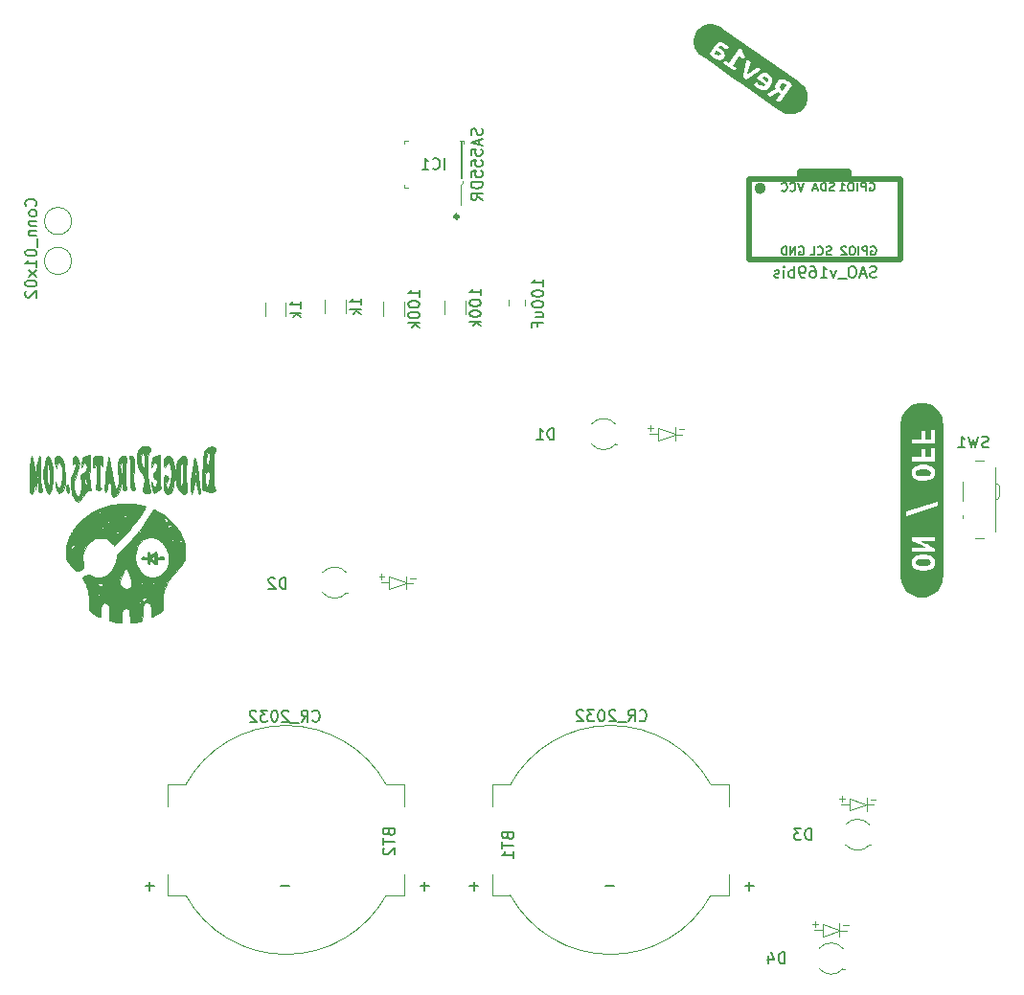
<source format=gbr>
%TF.GenerationSoftware,KiCad,Pcbnew,(6.0.7)*%
%TF.CreationDate,2022-10-15T16:11:04-05:00*%
%TF.ProjectId,Hackfest 2022 Badge,4861636b-6665-4737-9420-323032322042,Rev0*%
%TF.SameCoordinates,Original*%
%TF.FileFunction,Legend,Bot*%
%TF.FilePolarity,Positive*%
%FSLAX46Y46*%
G04 Gerber Fmt 4.6, Leading zero omitted, Abs format (unit mm)*
G04 Created by KiCad (PCBNEW (6.0.7)) date 2022-10-15 16:11:04*
%MOMM*%
%LPD*%
G01*
G04 APERTURE LIST*
%ADD10C,0.150000*%
%ADD11C,0.120000*%
%ADD12C,0.010000*%
%ADD13C,0.500000*%
%ADD14C,0.100000*%
%ADD15C,0.310000*%
G04 APERTURE END LIST*
D10*
X146170000Y-66340000D02*
X146170000Y-69500000D01*
%TO.C,BT2*%
X139738571Y-127364285D02*
X139786190Y-127507142D01*
X139833809Y-127554761D01*
X139929047Y-127602380D01*
X140071904Y-127602380D01*
X140167142Y-127554761D01*
X140214761Y-127507142D01*
X140262380Y-127411904D01*
X140262380Y-127030952D01*
X139262380Y-127030952D01*
X139262380Y-127364285D01*
X139310000Y-127459523D01*
X139357619Y-127507142D01*
X139452857Y-127554761D01*
X139548095Y-127554761D01*
X139643333Y-127507142D01*
X139690952Y-127459523D01*
X139738571Y-127364285D01*
X139738571Y-127030952D01*
X139262380Y-127888095D02*
X139262380Y-128459523D01*
X140262380Y-128173809D02*
X139262380Y-128173809D01*
X139357619Y-128745238D02*
X139310000Y-128792857D01*
X139262380Y-128888095D01*
X139262380Y-129126190D01*
X139310000Y-129221428D01*
X139357619Y-129269047D01*
X139452857Y-129316666D01*
X139548095Y-129316666D01*
X139690952Y-129269047D01*
X140262380Y-128697619D01*
X140262380Y-129316666D01*
X143303752Y-132114628D02*
X142541847Y-132114628D01*
X142922800Y-132495580D02*
X142922800Y-131733676D01*
X133036190Y-117477142D02*
X133083809Y-117524761D01*
X133226666Y-117572380D01*
X133321904Y-117572380D01*
X133464761Y-117524761D01*
X133560000Y-117429523D01*
X133607619Y-117334285D01*
X133655238Y-117143809D01*
X133655238Y-117000952D01*
X133607619Y-116810476D01*
X133560000Y-116715238D01*
X133464761Y-116620000D01*
X133321904Y-116572380D01*
X133226666Y-116572380D01*
X133083809Y-116620000D01*
X133036190Y-116667619D01*
X132036190Y-117572380D02*
X132369523Y-117096190D01*
X132607619Y-117572380D02*
X132607619Y-116572380D01*
X132226666Y-116572380D01*
X132131428Y-116620000D01*
X132083809Y-116667619D01*
X132036190Y-116762857D01*
X132036190Y-116905714D01*
X132083809Y-117000952D01*
X132131428Y-117048571D01*
X132226666Y-117096190D01*
X132607619Y-117096190D01*
X131845714Y-117667619D02*
X131083809Y-117667619D01*
X130893333Y-116667619D02*
X130845714Y-116620000D01*
X130750476Y-116572380D01*
X130512380Y-116572380D01*
X130417142Y-116620000D01*
X130369523Y-116667619D01*
X130321904Y-116762857D01*
X130321904Y-116858095D01*
X130369523Y-117000952D01*
X130940952Y-117572380D01*
X130321904Y-117572380D01*
X129702857Y-116572380D02*
X129607619Y-116572380D01*
X129512380Y-116620000D01*
X129464761Y-116667619D01*
X129417142Y-116762857D01*
X129369523Y-116953333D01*
X129369523Y-117191428D01*
X129417142Y-117381904D01*
X129464761Y-117477142D01*
X129512380Y-117524761D01*
X129607619Y-117572380D01*
X129702857Y-117572380D01*
X129798095Y-117524761D01*
X129845714Y-117477142D01*
X129893333Y-117381904D01*
X129940952Y-117191428D01*
X129940952Y-116953333D01*
X129893333Y-116762857D01*
X129845714Y-116667619D01*
X129798095Y-116620000D01*
X129702857Y-116572380D01*
X129036190Y-116572380D02*
X128417142Y-116572380D01*
X128750476Y-116953333D01*
X128607619Y-116953333D01*
X128512380Y-117000952D01*
X128464761Y-117048571D01*
X128417142Y-117143809D01*
X128417142Y-117381904D01*
X128464761Y-117477142D01*
X128512380Y-117524761D01*
X128607619Y-117572380D01*
X128893333Y-117572380D01*
X128988571Y-117524761D01*
X129036190Y-117477142D01*
X128036190Y-116667619D02*
X127988571Y-116620000D01*
X127893333Y-116572380D01*
X127655238Y-116572380D01*
X127560000Y-116620000D01*
X127512380Y-116667619D01*
X127464761Y-116762857D01*
X127464761Y-116858095D01*
X127512380Y-117000952D01*
X128083809Y-117572380D01*
X127464761Y-117572380D01*
X118995952Y-132114628D02*
X118234047Y-132114628D01*
X118615000Y-132495580D02*
X118615000Y-131733676D01*
X131010152Y-132114628D02*
X130248247Y-132114628D01*
%TO.C,BT1*%
X150238571Y-127694285D02*
X150286190Y-127837142D01*
X150333809Y-127884761D01*
X150429047Y-127932380D01*
X150571904Y-127932380D01*
X150667142Y-127884761D01*
X150714761Y-127837142D01*
X150762380Y-127741904D01*
X150762380Y-127360952D01*
X149762380Y-127360952D01*
X149762380Y-127694285D01*
X149810000Y-127789523D01*
X149857619Y-127837142D01*
X149952857Y-127884761D01*
X150048095Y-127884761D01*
X150143333Y-127837142D01*
X150190952Y-127789523D01*
X150238571Y-127694285D01*
X150238571Y-127360952D01*
X149762380Y-128218095D02*
X149762380Y-128789523D01*
X150762380Y-128503809D02*
X149762380Y-128503809D01*
X150762380Y-129646666D02*
X150762380Y-129075238D01*
X150762380Y-129360952D02*
X149762380Y-129360952D01*
X149905238Y-129265714D01*
X150000476Y-129170476D01*
X150048095Y-129075238D01*
X159700152Y-132114628D02*
X158938247Y-132114628D01*
X147685952Y-132114628D02*
X146924047Y-132114628D01*
X147305000Y-132495580D02*
X147305000Y-131733676D01*
X161936190Y-117437142D02*
X161983809Y-117484761D01*
X162126666Y-117532380D01*
X162221904Y-117532380D01*
X162364761Y-117484761D01*
X162460000Y-117389523D01*
X162507619Y-117294285D01*
X162555238Y-117103809D01*
X162555238Y-116960952D01*
X162507619Y-116770476D01*
X162460000Y-116675238D01*
X162364761Y-116580000D01*
X162221904Y-116532380D01*
X162126666Y-116532380D01*
X161983809Y-116580000D01*
X161936190Y-116627619D01*
X160936190Y-117532380D02*
X161269523Y-117056190D01*
X161507619Y-117532380D02*
X161507619Y-116532380D01*
X161126666Y-116532380D01*
X161031428Y-116580000D01*
X160983809Y-116627619D01*
X160936190Y-116722857D01*
X160936190Y-116865714D01*
X160983809Y-116960952D01*
X161031428Y-117008571D01*
X161126666Y-117056190D01*
X161507619Y-117056190D01*
X160745714Y-117627619D02*
X159983809Y-117627619D01*
X159793333Y-116627619D02*
X159745714Y-116580000D01*
X159650476Y-116532380D01*
X159412380Y-116532380D01*
X159317142Y-116580000D01*
X159269523Y-116627619D01*
X159221904Y-116722857D01*
X159221904Y-116818095D01*
X159269523Y-116960952D01*
X159840952Y-117532380D01*
X159221904Y-117532380D01*
X158602857Y-116532380D02*
X158507619Y-116532380D01*
X158412380Y-116580000D01*
X158364761Y-116627619D01*
X158317142Y-116722857D01*
X158269523Y-116913333D01*
X158269523Y-117151428D01*
X158317142Y-117341904D01*
X158364761Y-117437142D01*
X158412380Y-117484761D01*
X158507619Y-117532380D01*
X158602857Y-117532380D01*
X158698095Y-117484761D01*
X158745714Y-117437142D01*
X158793333Y-117341904D01*
X158840952Y-117151428D01*
X158840952Y-116913333D01*
X158793333Y-116722857D01*
X158745714Y-116627619D01*
X158698095Y-116580000D01*
X158602857Y-116532380D01*
X157936190Y-116532380D02*
X157317142Y-116532380D01*
X157650476Y-116913333D01*
X157507619Y-116913333D01*
X157412380Y-116960952D01*
X157364761Y-117008571D01*
X157317142Y-117103809D01*
X157317142Y-117341904D01*
X157364761Y-117437142D01*
X157412380Y-117484761D01*
X157507619Y-117532380D01*
X157793333Y-117532380D01*
X157888571Y-117484761D01*
X157936190Y-117437142D01*
X156936190Y-116627619D02*
X156888571Y-116580000D01*
X156793333Y-116532380D01*
X156555238Y-116532380D01*
X156460000Y-116580000D01*
X156412380Y-116627619D01*
X156364761Y-116722857D01*
X156364761Y-116818095D01*
X156412380Y-116960952D01*
X156983809Y-117532380D01*
X156364761Y-117532380D01*
X171993752Y-132114628D02*
X171231847Y-132114628D01*
X171612800Y-132495580D02*
X171612800Y-131733676D01*
%TO.C,D4*%
X174772095Y-138968180D02*
X174772095Y-137968180D01*
X174534000Y-137968180D01*
X174391142Y-138015800D01*
X174295904Y-138111038D01*
X174248285Y-138206276D01*
X174200666Y-138396752D01*
X174200666Y-138539609D01*
X174248285Y-138730085D01*
X174295904Y-138825323D01*
X174391142Y-138920561D01*
X174534000Y-138968180D01*
X174772095Y-138968180D01*
X173343523Y-138301514D02*
X173343523Y-138968180D01*
X173581619Y-137920561D02*
X173819714Y-138634847D01*
X173200666Y-138634847D01*
%TO.C,D3*%
X177112095Y-128027080D02*
X177112095Y-127027080D01*
X176874000Y-127027080D01*
X176731142Y-127074700D01*
X176635904Y-127169938D01*
X176588285Y-127265176D01*
X176540666Y-127455652D01*
X176540666Y-127598509D01*
X176588285Y-127788985D01*
X176635904Y-127884223D01*
X176731142Y-127979461D01*
X176874000Y-128027080D01*
X177112095Y-128027080D01*
X176207333Y-127027080D02*
X175588285Y-127027080D01*
X175921619Y-127408033D01*
X175778761Y-127408033D01*
X175683523Y-127455652D01*
X175635904Y-127503271D01*
X175588285Y-127598509D01*
X175588285Y-127836604D01*
X175635904Y-127931842D01*
X175683523Y-127979461D01*
X175778761Y-128027080D01*
X176064476Y-128027080D01*
X176159714Y-127979461D01*
X176207333Y-127931842D01*
%TO.C,D2*%
X130658095Y-105822380D02*
X130658095Y-104822380D01*
X130420000Y-104822380D01*
X130277142Y-104870000D01*
X130181904Y-104965238D01*
X130134285Y-105060476D01*
X130086666Y-105250952D01*
X130086666Y-105393809D01*
X130134285Y-105584285D01*
X130181904Y-105679523D01*
X130277142Y-105774761D01*
X130420000Y-105822380D01*
X130658095Y-105822380D01*
X129705714Y-104917619D02*
X129658095Y-104870000D01*
X129562857Y-104822380D01*
X129324761Y-104822380D01*
X129229523Y-104870000D01*
X129181904Y-104917619D01*
X129134285Y-105012857D01*
X129134285Y-105108095D01*
X129181904Y-105250952D01*
X129753333Y-105822380D01*
X129134285Y-105822380D01*
%TO.C,X1*%
X182871909Y-78266661D02*
X182729052Y-78314280D01*
X182490957Y-78314280D01*
X182395719Y-78266661D01*
X182348100Y-78219042D01*
X182300480Y-78123804D01*
X182300480Y-78028566D01*
X182348100Y-77933328D01*
X182395719Y-77885709D01*
X182490957Y-77838090D01*
X182681433Y-77790471D01*
X182776671Y-77742852D01*
X182824290Y-77695233D01*
X182871909Y-77599995D01*
X182871909Y-77504757D01*
X182824290Y-77409519D01*
X182776671Y-77361900D01*
X182681433Y-77314280D01*
X182443338Y-77314280D01*
X182300480Y-77361900D01*
X181919528Y-78028566D02*
X181443338Y-78028566D01*
X182014766Y-78314280D02*
X181681433Y-77314280D01*
X181348100Y-78314280D01*
X180824290Y-77314280D02*
X180633814Y-77314280D01*
X180538576Y-77361900D01*
X180443338Y-77457138D01*
X180395719Y-77647614D01*
X180395719Y-77980947D01*
X180443338Y-78171423D01*
X180538576Y-78266661D01*
X180633814Y-78314280D01*
X180824290Y-78314280D01*
X180919528Y-78266661D01*
X181014766Y-78171423D01*
X181062385Y-77980947D01*
X181062385Y-77647614D01*
X181014766Y-77457138D01*
X180919528Y-77361900D01*
X180824290Y-77314280D01*
X180205242Y-78409519D02*
X179443338Y-78409519D01*
X179300480Y-77647614D02*
X179062385Y-78314280D01*
X178824290Y-77647614D01*
X177919528Y-78314280D02*
X178490957Y-78314280D01*
X178205242Y-78314280D02*
X178205242Y-77314280D01*
X178300480Y-77457138D01*
X178395719Y-77552376D01*
X178490957Y-77599995D01*
X177062385Y-77314280D02*
X177252861Y-77314280D01*
X177348100Y-77361900D01*
X177395719Y-77409519D01*
X177490957Y-77552376D01*
X177538576Y-77742852D01*
X177538576Y-78123804D01*
X177490957Y-78219042D01*
X177443338Y-78266661D01*
X177348100Y-78314280D01*
X177157623Y-78314280D01*
X177062385Y-78266661D01*
X177014766Y-78219042D01*
X176967147Y-78123804D01*
X176967147Y-77885709D01*
X177014766Y-77790471D01*
X177062385Y-77742852D01*
X177157623Y-77695233D01*
X177348100Y-77695233D01*
X177443338Y-77742852D01*
X177490957Y-77790471D01*
X177538576Y-77885709D01*
X176490957Y-78314280D02*
X176300480Y-78314280D01*
X176205242Y-78266661D01*
X176157623Y-78219042D01*
X176062385Y-78076185D01*
X176014766Y-77885709D01*
X176014766Y-77504757D01*
X176062385Y-77409519D01*
X176110004Y-77361900D01*
X176205242Y-77314280D01*
X176395719Y-77314280D01*
X176490957Y-77361900D01*
X176538576Y-77409519D01*
X176586195Y-77504757D01*
X176586195Y-77742852D01*
X176538576Y-77838090D01*
X176490957Y-77885709D01*
X176395719Y-77933328D01*
X176205242Y-77933328D01*
X176110004Y-77885709D01*
X176062385Y-77838090D01*
X176014766Y-77742852D01*
X175586195Y-78314280D02*
X175586195Y-77314280D01*
X175586195Y-77695233D02*
X175490957Y-77647614D01*
X175300480Y-77647614D01*
X175205242Y-77695233D01*
X175157623Y-77742852D01*
X175110004Y-77838090D01*
X175110004Y-78123804D01*
X175157623Y-78219042D01*
X175205242Y-78266661D01*
X175300480Y-78314280D01*
X175490957Y-78314280D01*
X175586195Y-78266661D01*
X174681433Y-78314280D02*
X174681433Y-77647614D01*
X174681433Y-77314280D02*
X174729052Y-77361900D01*
X174681433Y-77409519D01*
X174633814Y-77361900D01*
X174681433Y-77314280D01*
X174681433Y-77409519D01*
X174252861Y-78266661D02*
X174157623Y-78314280D01*
X173967147Y-78314280D01*
X173871909Y-78266661D01*
X173824290Y-78171423D01*
X173824290Y-78123804D01*
X173871909Y-78028566D01*
X173967147Y-77980947D01*
X174110004Y-77980947D01*
X174205242Y-77933328D01*
X174252861Y-77838090D01*
X174252861Y-77790471D01*
X174205242Y-77695233D01*
X174110004Y-77647614D01*
X173967147Y-77647614D01*
X173871909Y-77695233D01*
X176049328Y-75607300D02*
X176120757Y-75571585D01*
X176227900Y-75571585D01*
X176335042Y-75607300D01*
X176406471Y-75678728D01*
X176442185Y-75750157D01*
X176477900Y-75893014D01*
X176477900Y-76000157D01*
X176442185Y-76143014D01*
X176406471Y-76214442D01*
X176335042Y-76285871D01*
X176227900Y-76321585D01*
X176156471Y-76321585D01*
X176049328Y-76285871D01*
X176013614Y-76250157D01*
X176013614Y-76000157D01*
X176156471Y-76000157D01*
X175692185Y-76321585D02*
X175692185Y-75571585D01*
X175263614Y-76321585D01*
X175263614Y-75571585D01*
X174906471Y-76321585D02*
X174906471Y-75571585D01*
X174727900Y-75571585D01*
X174620757Y-75607300D01*
X174549328Y-75678728D01*
X174513614Y-75750157D01*
X174477900Y-75893014D01*
X174477900Y-76000157D01*
X174513614Y-76143014D01*
X174549328Y-76214442D01*
X174620757Y-76285871D01*
X174727900Y-76321585D01*
X174906471Y-76321585D01*
X176427100Y-69932785D02*
X176177100Y-70682785D01*
X175927100Y-69932785D01*
X175248528Y-70611357D02*
X175284242Y-70647071D01*
X175391385Y-70682785D01*
X175462814Y-70682785D01*
X175569957Y-70647071D01*
X175641385Y-70575642D01*
X175677100Y-70504214D01*
X175712814Y-70361357D01*
X175712814Y-70254214D01*
X175677100Y-70111357D01*
X175641385Y-70039928D01*
X175569957Y-69968500D01*
X175462814Y-69932785D01*
X175391385Y-69932785D01*
X175284242Y-69968500D01*
X175248528Y-70004214D01*
X174498528Y-70611357D02*
X174534242Y-70647071D01*
X174641385Y-70682785D01*
X174712814Y-70682785D01*
X174819957Y-70647071D01*
X174891385Y-70575642D01*
X174927100Y-70504214D01*
X174962814Y-70361357D01*
X174962814Y-70254214D01*
X174927100Y-70111357D01*
X174891385Y-70039928D01*
X174819957Y-69968500D01*
X174712814Y-69932785D01*
X174641385Y-69932785D01*
X174534242Y-69968500D01*
X174498528Y-70004214D01*
X182274642Y-69943100D02*
X182346071Y-69907385D01*
X182453214Y-69907385D01*
X182560357Y-69943100D01*
X182631785Y-70014528D01*
X182667500Y-70085957D01*
X182703214Y-70228814D01*
X182703214Y-70335957D01*
X182667500Y-70478814D01*
X182631785Y-70550242D01*
X182560357Y-70621671D01*
X182453214Y-70657385D01*
X182381785Y-70657385D01*
X182274642Y-70621671D01*
X182238928Y-70585957D01*
X182238928Y-70335957D01*
X182381785Y-70335957D01*
X181917500Y-70657385D02*
X181917500Y-69907385D01*
X181631785Y-69907385D01*
X181560357Y-69943100D01*
X181524642Y-69978814D01*
X181488928Y-70050242D01*
X181488928Y-70157385D01*
X181524642Y-70228814D01*
X181560357Y-70264528D01*
X181631785Y-70300242D01*
X181917500Y-70300242D01*
X181167500Y-70657385D02*
X181167500Y-69907385D01*
X180667500Y-69907385D02*
X180524642Y-69907385D01*
X180453214Y-69943100D01*
X180381785Y-70014528D01*
X180346071Y-70157385D01*
X180346071Y-70407385D01*
X180381785Y-70550242D01*
X180453214Y-70621671D01*
X180524642Y-70657385D01*
X180667500Y-70657385D01*
X180738928Y-70621671D01*
X180810357Y-70550242D01*
X180846071Y-70407385D01*
X180846071Y-70157385D01*
X180810357Y-70014528D01*
X180738928Y-69943100D01*
X180667500Y-69907385D01*
X179631785Y-70657385D02*
X180060357Y-70657385D01*
X179846071Y-70657385D02*
X179846071Y-69907385D01*
X179917500Y-70014528D01*
X179988928Y-70085957D01*
X180060357Y-70121671D01*
X182401642Y-75581900D02*
X182473071Y-75546185D01*
X182580214Y-75546185D01*
X182687357Y-75581900D01*
X182758785Y-75653328D01*
X182794500Y-75724757D01*
X182830214Y-75867614D01*
X182830214Y-75974757D01*
X182794500Y-76117614D01*
X182758785Y-76189042D01*
X182687357Y-76260471D01*
X182580214Y-76296185D01*
X182508785Y-76296185D01*
X182401642Y-76260471D01*
X182365928Y-76224757D01*
X182365928Y-75974757D01*
X182508785Y-75974757D01*
X182044500Y-76296185D02*
X182044500Y-75546185D01*
X181758785Y-75546185D01*
X181687357Y-75581900D01*
X181651642Y-75617614D01*
X181615928Y-75689042D01*
X181615928Y-75796185D01*
X181651642Y-75867614D01*
X181687357Y-75903328D01*
X181758785Y-75939042D01*
X182044500Y-75939042D01*
X181294500Y-76296185D02*
X181294500Y-75546185D01*
X180794500Y-75546185D02*
X180651642Y-75546185D01*
X180580214Y-75581900D01*
X180508785Y-75653328D01*
X180473071Y-75796185D01*
X180473071Y-76046185D01*
X180508785Y-76189042D01*
X180580214Y-76260471D01*
X180651642Y-76296185D01*
X180794500Y-76296185D01*
X180865928Y-76260471D01*
X180937357Y-76189042D01*
X180973071Y-76046185D01*
X180973071Y-75796185D01*
X180937357Y-75653328D01*
X180865928Y-75581900D01*
X180794500Y-75546185D01*
X180187357Y-75617614D02*
X180151642Y-75581900D01*
X180080214Y-75546185D01*
X179901642Y-75546185D01*
X179830214Y-75581900D01*
X179794500Y-75617614D01*
X179758785Y-75689042D01*
X179758785Y-75760471D01*
X179794500Y-75867614D01*
X180223071Y-76296185D01*
X179758785Y-76296185D01*
X179131814Y-70621671D02*
X179024671Y-70657385D01*
X178846100Y-70657385D01*
X178774671Y-70621671D01*
X178738957Y-70585957D01*
X178703242Y-70514528D01*
X178703242Y-70443100D01*
X178738957Y-70371671D01*
X178774671Y-70335957D01*
X178846100Y-70300242D01*
X178988957Y-70264528D01*
X179060385Y-70228814D01*
X179096100Y-70193100D01*
X179131814Y-70121671D01*
X179131814Y-70050242D01*
X179096100Y-69978814D01*
X179060385Y-69943100D01*
X178988957Y-69907385D01*
X178810385Y-69907385D01*
X178703242Y-69943100D01*
X178381814Y-70657385D02*
X178381814Y-69907385D01*
X178203242Y-69907385D01*
X178096100Y-69943100D01*
X178024671Y-70014528D01*
X177988957Y-70085957D01*
X177953242Y-70228814D01*
X177953242Y-70335957D01*
X177988957Y-70478814D01*
X178024671Y-70550242D01*
X178096100Y-70621671D01*
X178203242Y-70657385D01*
X178381814Y-70657385D01*
X177667528Y-70443100D02*
X177310385Y-70443100D01*
X177738957Y-70657385D02*
X177488957Y-69907385D01*
X177238957Y-70657385D01*
X178859957Y-76285871D02*
X178752814Y-76321585D01*
X178574242Y-76321585D01*
X178502814Y-76285871D01*
X178467100Y-76250157D01*
X178431385Y-76178728D01*
X178431385Y-76107300D01*
X178467100Y-76035871D01*
X178502814Y-76000157D01*
X178574242Y-75964442D01*
X178717100Y-75928728D01*
X178788528Y-75893014D01*
X178824242Y-75857300D01*
X178859957Y-75785871D01*
X178859957Y-75714442D01*
X178824242Y-75643014D01*
X178788528Y-75607300D01*
X178717100Y-75571585D01*
X178538528Y-75571585D01*
X178431385Y-75607300D01*
X177681385Y-76250157D02*
X177717100Y-76285871D01*
X177824242Y-76321585D01*
X177895671Y-76321585D01*
X178002814Y-76285871D01*
X178074242Y-76214442D01*
X178109957Y-76143014D01*
X178145671Y-76000157D01*
X178145671Y-75893014D01*
X178109957Y-75750157D01*
X178074242Y-75678728D01*
X178002814Y-75607300D01*
X177895671Y-75571585D01*
X177824242Y-75571585D01*
X177717100Y-75607300D01*
X177681385Y-75643014D01*
X177002814Y-76321585D02*
X177359957Y-76321585D01*
X177359957Y-75571585D01*
%TO.C,D1*%
X154358095Y-92642380D02*
X154358095Y-91642380D01*
X154120000Y-91642380D01*
X153977142Y-91690000D01*
X153881904Y-91785238D01*
X153834285Y-91880476D01*
X153786666Y-92070952D01*
X153786666Y-92213809D01*
X153834285Y-92404285D01*
X153881904Y-92499523D01*
X153977142Y-92594761D01*
X154120000Y-92642380D01*
X154358095Y-92642380D01*
X152834285Y-92642380D02*
X153405714Y-92642380D01*
X153120000Y-92642380D02*
X153120000Y-91642380D01*
X153215238Y-91785238D01*
X153310476Y-91880476D01*
X153405714Y-91928095D01*
%TO.C,J1*%
X108537142Y-71971904D02*
X108584761Y-71924285D01*
X108632380Y-71781428D01*
X108632380Y-71686190D01*
X108584761Y-71543333D01*
X108489523Y-71448095D01*
X108394285Y-71400476D01*
X108203809Y-71352857D01*
X108060952Y-71352857D01*
X107870476Y-71400476D01*
X107775238Y-71448095D01*
X107680000Y-71543333D01*
X107632380Y-71686190D01*
X107632380Y-71781428D01*
X107680000Y-71924285D01*
X107727619Y-71971904D01*
X108632380Y-72543333D02*
X108584761Y-72448095D01*
X108537142Y-72400476D01*
X108441904Y-72352857D01*
X108156190Y-72352857D01*
X108060952Y-72400476D01*
X108013333Y-72448095D01*
X107965714Y-72543333D01*
X107965714Y-72686190D01*
X108013333Y-72781428D01*
X108060952Y-72829047D01*
X108156190Y-72876666D01*
X108441904Y-72876666D01*
X108537142Y-72829047D01*
X108584761Y-72781428D01*
X108632380Y-72686190D01*
X108632380Y-72543333D01*
X107965714Y-73305238D02*
X108632380Y-73305238D01*
X108060952Y-73305238D02*
X108013333Y-73352857D01*
X107965714Y-73448095D01*
X107965714Y-73590952D01*
X108013333Y-73686190D01*
X108108571Y-73733809D01*
X108632380Y-73733809D01*
X107965714Y-74210000D02*
X108632380Y-74210000D01*
X108060952Y-74210000D02*
X108013333Y-74257619D01*
X107965714Y-74352857D01*
X107965714Y-74495714D01*
X108013333Y-74590952D01*
X108108571Y-74638571D01*
X108632380Y-74638571D01*
X108727619Y-74876666D02*
X108727619Y-75638571D01*
X107632380Y-76067142D02*
X107632380Y-76162380D01*
X107680000Y-76257619D01*
X107727619Y-76305238D01*
X107822857Y-76352857D01*
X108013333Y-76400476D01*
X108251428Y-76400476D01*
X108441904Y-76352857D01*
X108537142Y-76305238D01*
X108584761Y-76257619D01*
X108632380Y-76162380D01*
X108632380Y-76067142D01*
X108584761Y-75971904D01*
X108537142Y-75924285D01*
X108441904Y-75876666D01*
X108251428Y-75829047D01*
X108013333Y-75829047D01*
X107822857Y-75876666D01*
X107727619Y-75924285D01*
X107680000Y-75971904D01*
X107632380Y-76067142D01*
X108632380Y-77352857D02*
X108632380Y-76781428D01*
X108632380Y-77067142D02*
X107632380Y-77067142D01*
X107775238Y-76971904D01*
X107870476Y-76876666D01*
X107918095Y-76781428D01*
X108632380Y-77686190D02*
X107965714Y-78210000D01*
X107965714Y-77686190D02*
X108632380Y-78210000D01*
X107632380Y-78781428D02*
X107632380Y-78876666D01*
X107680000Y-78971904D01*
X107727619Y-79019523D01*
X107822857Y-79067142D01*
X108013333Y-79114761D01*
X108251428Y-79114761D01*
X108441904Y-79067142D01*
X108537142Y-79019523D01*
X108584761Y-78971904D01*
X108632380Y-78876666D01*
X108632380Y-78781428D01*
X108584761Y-78686190D01*
X108537142Y-78638571D01*
X108441904Y-78590952D01*
X108251428Y-78543333D01*
X108013333Y-78543333D01*
X107822857Y-78590952D01*
X107727619Y-78638571D01*
X107680000Y-78686190D01*
X107632380Y-78781428D01*
X107727619Y-79495714D02*
X107680000Y-79543333D01*
X107632380Y-79638571D01*
X107632380Y-79876666D01*
X107680000Y-79971904D01*
X107727619Y-80019523D01*
X107822857Y-80067142D01*
X107918095Y-80067142D01*
X108060952Y-80019523D01*
X108632380Y-79448095D01*
X108632380Y-80067142D01*
%TO.C,SW1*%
X192773333Y-93304761D02*
X192630476Y-93352380D01*
X192392380Y-93352380D01*
X192297142Y-93304761D01*
X192249523Y-93257142D01*
X192201904Y-93161904D01*
X192201904Y-93066666D01*
X192249523Y-92971428D01*
X192297142Y-92923809D01*
X192392380Y-92876190D01*
X192582857Y-92828571D01*
X192678095Y-92780952D01*
X192725714Y-92733333D01*
X192773333Y-92638095D01*
X192773333Y-92542857D01*
X192725714Y-92447619D01*
X192678095Y-92400000D01*
X192582857Y-92352380D01*
X192344761Y-92352380D01*
X192201904Y-92400000D01*
X191868571Y-92352380D02*
X191630476Y-93352380D01*
X191440000Y-92638095D01*
X191249523Y-93352380D01*
X191011428Y-92352380D01*
X190106666Y-93352380D02*
X190678095Y-93352380D01*
X190392380Y-93352380D02*
X190392380Y-92352380D01*
X190487619Y-92495238D01*
X190582857Y-92590476D01*
X190678095Y-92638095D01*
%TO.C,C1*%
X153422380Y-79052380D02*
X153422380Y-78480952D01*
X153422380Y-78766666D02*
X152422380Y-78766666D01*
X152565238Y-78671428D01*
X152660476Y-78576190D01*
X152708095Y-78480952D01*
X152422380Y-79671428D02*
X152422380Y-79766666D01*
X152470000Y-79861904D01*
X152517619Y-79909523D01*
X152612857Y-79957142D01*
X152803333Y-80004761D01*
X153041428Y-80004761D01*
X153231904Y-79957142D01*
X153327142Y-79909523D01*
X153374761Y-79861904D01*
X153422380Y-79766666D01*
X153422380Y-79671428D01*
X153374761Y-79576190D01*
X153327142Y-79528571D01*
X153231904Y-79480952D01*
X153041428Y-79433333D01*
X152803333Y-79433333D01*
X152612857Y-79480952D01*
X152517619Y-79528571D01*
X152470000Y-79576190D01*
X152422380Y-79671428D01*
X152422380Y-80623809D02*
X152422380Y-80719047D01*
X152470000Y-80814285D01*
X152517619Y-80861904D01*
X152612857Y-80909523D01*
X152803333Y-80957142D01*
X153041428Y-80957142D01*
X153231904Y-80909523D01*
X153327142Y-80861904D01*
X153374761Y-80814285D01*
X153422380Y-80719047D01*
X153422380Y-80623809D01*
X153374761Y-80528571D01*
X153327142Y-80480952D01*
X153231904Y-80433333D01*
X153041428Y-80385714D01*
X152803333Y-80385714D01*
X152612857Y-80433333D01*
X152517619Y-80480952D01*
X152470000Y-80528571D01*
X152422380Y-80623809D01*
X152755714Y-81814285D02*
X153422380Y-81814285D01*
X152755714Y-81385714D02*
X153279523Y-81385714D01*
X153374761Y-81433333D01*
X153422380Y-81528571D01*
X153422380Y-81671428D01*
X153374761Y-81766666D01*
X153327142Y-81814285D01*
X152898571Y-82623809D02*
X152898571Y-82290476D01*
X153422380Y-82290476D02*
X152422380Y-82290476D01*
X152422380Y-82766666D01*
%TO.C,IC1*%
X144706190Y-68742380D02*
X144706190Y-67742380D01*
X143658571Y-68647142D02*
X143706190Y-68694761D01*
X143849047Y-68742380D01*
X143944285Y-68742380D01*
X144087142Y-68694761D01*
X144182380Y-68599523D01*
X144230000Y-68504285D01*
X144277619Y-68313809D01*
X144277619Y-68170952D01*
X144230000Y-67980476D01*
X144182380Y-67885238D01*
X144087142Y-67790000D01*
X143944285Y-67742380D01*
X143849047Y-67742380D01*
X143706190Y-67790000D01*
X143658571Y-67837619D01*
X142706190Y-68742380D02*
X143277619Y-68742380D01*
X142991904Y-68742380D02*
X142991904Y-67742380D01*
X143087142Y-67885238D01*
X143182380Y-67980476D01*
X143277619Y-68028095D01*
X147984761Y-65157142D02*
X148032380Y-65300000D01*
X148032380Y-65538095D01*
X147984761Y-65633333D01*
X147937142Y-65680952D01*
X147841904Y-65728571D01*
X147746666Y-65728571D01*
X147651428Y-65680952D01*
X147603809Y-65633333D01*
X147556190Y-65538095D01*
X147508571Y-65347619D01*
X147460952Y-65252380D01*
X147413333Y-65204761D01*
X147318095Y-65157142D01*
X147222857Y-65157142D01*
X147127619Y-65204761D01*
X147080000Y-65252380D01*
X147032380Y-65347619D01*
X147032380Y-65585714D01*
X147080000Y-65728571D01*
X147746666Y-66109523D02*
X147746666Y-66585714D01*
X148032380Y-66014285D02*
X147032380Y-66347619D01*
X148032380Y-66680952D01*
X147032380Y-67490476D02*
X147032380Y-67014285D01*
X147508571Y-66966666D01*
X147460952Y-67014285D01*
X147413333Y-67109523D01*
X147413333Y-67347619D01*
X147460952Y-67442857D01*
X147508571Y-67490476D01*
X147603809Y-67538095D01*
X147841904Y-67538095D01*
X147937142Y-67490476D01*
X147984761Y-67442857D01*
X148032380Y-67347619D01*
X148032380Y-67109523D01*
X147984761Y-67014285D01*
X147937142Y-66966666D01*
X147032380Y-68442857D02*
X147032380Y-67966666D01*
X147508571Y-67919047D01*
X147460952Y-67966666D01*
X147413333Y-68061904D01*
X147413333Y-68300000D01*
X147460952Y-68395238D01*
X147508571Y-68442857D01*
X147603809Y-68490476D01*
X147841904Y-68490476D01*
X147937142Y-68442857D01*
X147984761Y-68395238D01*
X148032380Y-68300000D01*
X148032380Y-68061904D01*
X147984761Y-67966666D01*
X147937142Y-67919047D01*
X147032380Y-69395238D02*
X147032380Y-68919047D01*
X147508571Y-68871428D01*
X147460952Y-68919047D01*
X147413333Y-69014285D01*
X147413333Y-69252380D01*
X147460952Y-69347619D01*
X147508571Y-69395238D01*
X147603809Y-69442857D01*
X147841904Y-69442857D01*
X147937142Y-69395238D01*
X147984761Y-69347619D01*
X148032380Y-69252380D01*
X148032380Y-69014285D01*
X147984761Y-68919047D01*
X147937142Y-68871428D01*
X148032380Y-69871428D02*
X147032380Y-69871428D01*
X147032380Y-70109523D01*
X147080000Y-70252380D01*
X147175238Y-70347619D01*
X147270476Y-70395238D01*
X147460952Y-70442857D01*
X147603809Y-70442857D01*
X147794285Y-70395238D01*
X147889523Y-70347619D01*
X147984761Y-70252380D01*
X148032380Y-70109523D01*
X148032380Y-69871428D01*
X148032380Y-71442857D02*
X147556190Y-71109523D01*
X148032380Y-70871428D02*
X147032380Y-70871428D01*
X147032380Y-71252380D01*
X147080000Y-71347619D01*
X147127619Y-71395238D01*
X147222857Y-71442857D01*
X147365714Y-71442857D01*
X147460952Y-71395238D01*
X147508571Y-71347619D01*
X147556190Y-71252380D01*
X147556190Y-70871428D01*
%TO.C,R2*%
X142480380Y-80005371D02*
X142480380Y-79433942D01*
X142480380Y-79719657D02*
X141480380Y-79719657D01*
X141623238Y-79624419D01*
X141718476Y-79529180D01*
X141766095Y-79433942D01*
X141480380Y-80624419D02*
X141480380Y-80719657D01*
X141528000Y-80814895D01*
X141575619Y-80862514D01*
X141670857Y-80910133D01*
X141861333Y-80957752D01*
X142099428Y-80957752D01*
X142289904Y-80910133D01*
X142385142Y-80862514D01*
X142432761Y-80814895D01*
X142480380Y-80719657D01*
X142480380Y-80624419D01*
X142432761Y-80529180D01*
X142385142Y-80481561D01*
X142289904Y-80433942D01*
X142099428Y-80386323D01*
X141861333Y-80386323D01*
X141670857Y-80433942D01*
X141575619Y-80481561D01*
X141528000Y-80529180D01*
X141480380Y-80624419D01*
X141480380Y-81576800D02*
X141480380Y-81672038D01*
X141528000Y-81767276D01*
X141575619Y-81814895D01*
X141670857Y-81862514D01*
X141861333Y-81910133D01*
X142099428Y-81910133D01*
X142289904Y-81862514D01*
X142385142Y-81814895D01*
X142432761Y-81767276D01*
X142480380Y-81672038D01*
X142480380Y-81576800D01*
X142432761Y-81481561D01*
X142385142Y-81433942D01*
X142289904Y-81386323D01*
X142099428Y-81338704D01*
X141861333Y-81338704D01*
X141670857Y-81386323D01*
X141575619Y-81433942D01*
X141528000Y-81481561D01*
X141480380Y-81576800D01*
X142480380Y-82338704D02*
X141480380Y-82338704D01*
X142099428Y-82433942D02*
X142480380Y-82719657D01*
X141813714Y-82719657D02*
X142194666Y-82338704D01*
%TO.C,R1*%
X147890580Y-79881371D02*
X147890580Y-79309942D01*
X147890580Y-79595657D02*
X146890580Y-79595657D01*
X147033438Y-79500419D01*
X147128676Y-79405180D01*
X147176295Y-79309942D01*
X146890580Y-80500419D02*
X146890580Y-80595657D01*
X146938200Y-80690895D01*
X146985819Y-80738514D01*
X147081057Y-80786133D01*
X147271533Y-80833752D01*
X147509628Y-80833752D01*
X147700104Y-80786133D01*
X147795342Y-80738514D01*
X147842961Y-80690895D01*
X147890580Y-80595657D01*
X147890580Y-80500419D01*
X147842961Y-80405180D01*
X147795342Y-80357561D01*
X147700104Y-80309942D01*
X147509628Y-80262323D01*
X147271533Y-80262323D01*
X147081057Y-80309942D01*
X146985819Y-80357561D01*
X146938200Y-80405180D01*
X146890580Y-80500419D01*
X146890580Y-81452800D02*
X146890580Y-81548038D01*
X146938200Y-81643276D01*
X146985819Y-81690895D01*
X147081057Y-81738514D01*
X147271533Y-81786133D01*
X147509628Y-81786133D01*
X147700104Y-81738514D01*
X147795342Y-81690895D01*
X147842961Y-81643276D01*
X147890580Y-81548038D01*
X147890580Y-81452800D01*
X147842961Y-81357561D01*
X147795342Y-81309942D01*
X147700104Y-81262323D01*
X147509628Y-81214704D01*
X147271533Y-81214704D01*
X147081057Y-81262323D01*
X146985819Y-81309942D01*
X146938200Y-81357561D01*
X146890580Y-81452800D01*
X147890580Y-82214704D02*
X146890580Y-82214704D01*
X147509628Y-82309942D02*
X147890580Y-82595657D01*
X147223914Y-82595657D02*
X147604866Y-82214704D01*
%TO.C,R3*%
X137298780Y-80732152D02*
X137298780Y-80160723D01*
X137298780Y-80446438D02*
X136298780Y-80446438D01*
X136441638Y-80351200D01*
X136536876Y-80255961D01*
X136584495Y-80160723D01*
X137298780Y-81160723D02*
X136298780Y-81160723D01*
X136917828Y-81255961D02*
X137298780Y-81541676D01*
X136632114Y-81541676D02*
X137013066Y-81160723D01*
%TO.C,R4*%
X132015580Y-81008552D02*
X132015580Y-80437123D01*
X132015580Y-80722838D02*
X131015580Y-80722838D01*
X131158438Y-80627600D01*
X131253676Y-80532361D01*
X131301295Y-80437123D01*
X132015580Y-81437123D02*
X131015580Y-81437123D01*
X131634628Y-81532361D02*
X132015580Y-81818076D01*
X131348914Y-81818076D02*
X131729866Y-81437123D01*
D11*
%TO.C,BT2*%
X139542910Y-123145000D02*
G75*
G03*
X121817090Y-123145000I-8862910J-4885000D01*
G01*
X121814979Y-132911168D02*
G75*
G03*
X139542910Y-132915000I8865021J4881167D01*
G01*
X120210000Y-125030000D02*
X120210000Y-123145000D01*
X120210000Y-132915000D02*
X121817090Y-132915000D01*
X120210000Y-123145000D02*
X121817090Y-123145000D01*
X141150000Y-125030000D02*
X141150000Y-123145000D01*
X141150000Y-132915000D02*
X139542910Y-132915000D01*
X141150000Y-131030000D02*
X141150000Y-132915000D01*
X120210000Y-131030000D02*
X120210000Y-132915000D01*
X141150000Y-123145000D02*
X139542910Y-123145000D01*
%TO.C,BT1*%
X169840000Y-123145000D02*
X168232910Y-123145000D01*
X148900000Y-131030000D02*
X148900000Y-132915000D01*
X169840000Y-131030000D02*
X169840000Y-132915000D01*
X169840000Y-132915000D02*
X168232910Y-132915000D01*
X169840000Y-125030000D02*
X169840000Y-123145000D01*
X148900000Y-123145000D02*
X150507090Y-123145000D01*
X148900000Y-132915000D02*
X150507090Y-132915000D01*
X148900000Y-125030000D02*
X148900000Y-123145000D01*
X150504979Y-132911168D02*
G75*
G03*
X168232910Y-132915000I8865021J4881167D01*
G01*
X168232910Y-123145000D02*
G75*
G03*
X150507090Y-123145000I-8862910J-4885000D01*
G01*
%TO.C,D4*%
X177424900Y-135239200D02*
X177424900Y-135747200D01*
X178110700Y-135467800D02*
X179583900Y-136001200D01*
X180053800Y-139415800D02*
X179910000Y-139415800D01*
X179609300Y-136026600D02*
X180218900Y-136026600D01*
X178110700Y-136534600D02*
X178110700Y-135467800D01*
X178085300Y-136001200D02*
X177374100Y-136001200D01*
X177678900Y-135493200D02*
X177196300Y-135493200D01*
X179609300Y-136026600D02*
X178110700Y-136534600D01*
X180422100Y-135593200D02*
X179939500Y-135593200D01*
X179609300Y-135417000D02*
X179609300Y-136585400D01*
X179928658Y-137638035D02*
G75*
G03*
X177810000Y-137615800I-1068658J-877765D01*
G01*
X177791342Y-139393565D02*
G75*
G03*
X179910000Y-139415800I1068658J877764D01*
G01*
%TO.C,D3*%
X182812900Y-124474300D02*
X182330300Y-124474300D01*
X180069700Y-124374300D02*
X179587100Y-124374300D01*
X179815700Y-124120300D02*
X179815700Y-124628300D01*
X180501500Y-124348900D02*
X181974700Y-124882300D01*
X182000100Y-124298100D02*
X182000100Y-125466500D01*
X182000100Y-124907700D02*
X180501500Y-125415700D01*
X180501500Y-125415700D02*
X180501500Y-124348900D01*
X180476100Y-124882300D02*
X179764900Y-124882300D01*
X182000100Y-124907700D02*
X182609700Y-124907700D01*
X182393800Y-128474700D02*
X182250000Y-128474700D01*
X182268658Y-126696935D02*
G75*
G03*
X180150000Y-126674700I-1068658J-877765D01*
G01*
X180131342Y-128452465D02*
G75*
G03*
X182250000Y-128474700I1068658J877764D01*
G01*
%TO.C,G\u002A\u002A\u002A*%
G36*
X124336250Y-96853888D02*
G01*
X124355073Y-96861449D01*
X124415625Y-97118303D01*
X124415116Y-97129461D01*
X124333647Y-97234690D01*
X124146563Y-97282437D01*
X123902112Y-97277815D01*
X123648542Y-97225935D01*
X123434101Y-97131909D01*
X123307037Y-97000848D01*
X123274573Y-96879513D01*
X123230499Y-96345455D01*
X123236702Y-95778905D01*
X123505536Y-95778905D01*
X123548086Y-96326551D01*
X123606034Y-96633849D01*
X123684199Y-96831608D01*
X123759527Y-96774500D01*
X123897858Y-96449402D01*
X123948841Y-96004624D01*
X123903827Y-95611854D01*
X123754167Y-95442777D01*
X123594398Y-95500699D01*
X123505536Y-95778905D01*
X123236702Y-95778905D01*
X123237329Y-95721683D01*
X123296924Y-95318041D01*
X123329862Y-95149648D01*
X123331093Y-94646670D01*
X123329888Y-94361531D01*
X123591501Y-94361531D01*
X123596106Y-94692633D01*
X123598028Y-94699377D01*
X123739134Y-94902844D01*
X123877182Y-94747575D01*
X123939375Y-94313888D01*
X123918709Y-93984655D01*
X123830032Y-93749444D01*
X123804071Y-93757458D01*
X123677779Y-93981437D01*
X123591501Y-94361531D01*
X123329888Y-94361531D01*
X123329685Y-94313567D01*
X123412437Y-93781905D01*
X123451345Y-93691618D01*
X123635220Y-93463404D01*
X123880750Y-93305130D01*
X124134122Y-93234973D01*
X124341524Y-93271111D01*
X124449142Y-93431722D01*
X124461102Y-93602218D01*
X124380622Y-93749444D01*
X124373835Y-93750015D01*
X124302827Y-93895124D01*
X124271405Y-94313888D01*
X124266856Y-94374519D01*
X124256875Y-95301666D01*
X124263951Y-95940473D01*
X124266761Y-96004624D01*
X124292782Y-96598715D01*
X124336250Y-96853888D01*
G37*
D12*
X124336250Y-96853888D02*
X124355073Y-96861449D01*
X124415625Y-97118303D01*
X124415116Y-97129461D01*
X124333647Y-97234690D01*
X124146563Y-97282437D01*
X123902112Y-97277815D01*
X123648542Y-97225935D01*
X123434101Y-97131909D01*
X123307037Y-97000848D01*
X123274573Y-96879513D01*
X123230499Y-96345455D01*
X123236702Y-95778905D01*
X123505536Y-95778905D01*
X123548086Y-96326551D01*
X123606034Y-96633849D01*
X123684199Y-96831608D01*
X123759527Y-96774500D01*
X123897858Y-96449402D01*
X123948841Y-96004624D01*
X123903827Y-95611854D01*
X123754167Y-95442777D01*
X123594398Y-95500699D01*
X123505536Y-95778905D01*
X123236702Y-95778905D01*
X123237329Y-95721683D01*
X123296924Y-95318041D01*
X123329862Y-95149648D01*
X123331093Y-94646670D01*
X123329888Y-94361531D01*
X123591501Y-94361531D01*
X123596106Y-94692633D01*
X123598028Y-94699377D01*
X123739134Y-94902844D01*
X123877182Y-94747575D01*
X123939375Y-94313888D01*
X123918709Y-93984655D01*
X123830032Y-93749444D01*
X123804071Y-93757458D01*
X123677779Y-93981437D01*
X123591501Y-94361531D01*
X123329888Y-94361531D01*
X123329685Y-94313567D01*
X123412437Y-93781905D01*
X123451345Y-93691618D01*
X123635220Y-93463404D01*
X123880750Y-93305130D01*
X124134122Y-93234973D01*
X124341524Y-93271111D01*
X124449142Y-93431722D01*
X124461102Y-93602218D01*
X124380622Y-93749444D01*
X124373835Y-93750015D01*
X124302827Y-93895124D01*
X124271405Y-94313888D01*
X124266856Y-94374519D01*
X124256875Y-95301666D01*
X124263951Y-95940473D01*
X124266761Y-96004624D01*
X124292782Y-96598715D01*
X124336250Y-96853888D01*
G36*
X118465720Y-95642211D02*
G01*
X118501481Y-96416383D01*
X118581563Y-96751829D01*
X118637458Y-96857784D01*
X118700625Y-97166305D01*
X118665712Y-97277474D01*
X118524202Y-97382375D01*
X118331385Y-97416621D01*
X118150041Y-97372831D01*
X118042947Y-97243624D01*
X118036557Y-97059167D01*
X118109822Y-96656427D01*
X118188676Y-96222782D01*
X118133949Y-95869818D01*
X117927913Y-95592464D01*
X117793776Y-95435889D01*
X117591879Y-94976193D01*
X117520221Y-94524702D01*
X117842289Y-94524702D01*
X117842461Y-94527862D01*
X117915859Y-94898509D01*
X118045634Y-95105251D01*
X118168998Y-95098184D01*
X118223160Y-94827406D01*
X118215974Y-94631917D01*
X118151796Y-94061097D01*
X118117475Y-93922721D01*
X117990811Y-93814561D01*
X117875967Y-94049845D01*
X117842289Y-94524702D01*
X117520221Y-94524702D01*
X117504174Y-94423592D01*
X117541226Y-93883226D01*
X117713605Y-93460236D01*
X117753526Y-93412433D01*
X117964145Y-93265405D01*
X118213040Y-93197716D01*
X118451337Y-93209020D01*
X118630157Y-93298970D01*
X118700625Y-93467222D01*
X118687193Y-93597052D01*
X118581563Y-93749444D01*
X118518756Y-93842359D01*
X118475098Y-94278914D01*
X118467338Y-94827406D01*
X118462500Y-95169413D01*
X118465720Y-95642211D01*
G37*
X118465720Y-95642211D02*
X118501481Y-96416383D01*
X118581563Y-96751829D01*
X118637458Y-96857784D01*
X118700625Y-97166305D01*
X118665712Y-97277474D01*
X118524202Y-97382375D01*
X118331385Y-97416621D01*
X118150041Y-97372831D01*
X118042947Y-97243624D01*
X118036557Y-97059167D01*
X118109822Y-96656427D01*
X118188676Y-96222782D01*
X118133949Y-95869818D01*
X117927913Y-95592464D01*
X117793776Y-95435889D01*
X117591879Y-94976193D01*
X117520221Y-94524702D01*
X117842289Y-94524702D01*
X117842461Y-94527862D01*
X117915859Y-94898509D01*
X118045634Y-95105251D01*
X118168998Y-95098184D01*
X118223160Y-94827406D01*
X118215974Y-94631917D01*
X118151796Y-94061097D01*
X118117475Y-93922721D01*
X117990811Y-93814561D01*
X117875967Y-94049845D01*
X117842289Y-94524702D01*
X117520221Y-94524702D01*
X117504174Y-94423592D01*
X117541226Y-93883226D01*
X117713605Y-93460236D01*
X117753526Y-93412433D01*
X117964145Y-93265405D01*
X118213040Y-93197716D01*
X118451337Y-93209020D01*
X118630157Y-93298970D01*
X118700625Y-93467222D01*
X118687193Y-93597052D01*
X118581563Y-93749444D01*
X118518756Y-93842359D01*
X118475098Y-94278914D01*
X118467338Y-94827406D01*
X118462500Y-95169413D01*
X118465720Y-95642211D01*
G36*
X120392192Y-94072172D02*
G01*
X120601713Y-94306444D01*
X120643530Y-94401621D01*
X120774591Y-95052167D01*
X120806026Y-95906425D01*
X120726480Y-96742662D01*
X120649921Y-97076561D01*
X120500449Y-97347347D01*
X120255861Y-97418333D01*
X120204489Y-97417438D01*
X120008623Y-97360427D01*
X119913494Y-97148652D01*
X119870627Y-96690533D01*
X119879334Y-96076112D01*
X119991215Y-95757939D01*
X120188907Y-95879592D01*
X120236228Y-95954498D01*
X120286225Y-96098280D01*
X120188907Y-96212703D01*
X120101163Y-96340464D01*
X120055297Y-96650929D01*
X120149219Y-96933345D01*
X120150055Y-96934405D01*
X120332352Y-96914954D01*
X120471101Y-96462106D01*
X120526250Y-95706212D01*
X120525626Y-95608139D01*
X120462530Y-94895695D01*
X120315230Y-94625330D01*
X120111132Y-94853347D01*
X119988987Y-95055924D01*
X119901425Y-94962937D01*
X119918641Y-94467171D01*
X119986548Y-94223259D01*
X120166746Y-94049242D01*
X120392192Y-94072172D01*
G37*
X120392192Y-94072172D02*
X120601713Y-94306444D01*
X120643530Y-94401621D01*
X120774591Y-95052167D01*
X120806026Y-95906425D01*
X120726480Y-96742662D01*
X120649921Y-97076561D01*
X120500449Y-97347347D01*
X120255861Y-97418333D01*
X120204489Y-97417438D01*
X120008623Y-97360427D01*
X119913494Y-97148652D01*
X119870627Y-96690533D01*
X119879334Y-96076112D01*
X119991215Y-95757939D01*
X120188907Y-95879592D01*
X120236228Y-95954498D01*
X120286225Y-96098280D01*
X120188907Y-96212703D01*
X120101163Y-96340464D01*
X120055297Y-96650929D01*
X120149219Y-96933345D01*
X120150055Y-96934405D01*
X120332352Y-96914954D01*
X120471101Y-96462106D01*
X120526250Y-95706212D01*
X120525626Y-95608139D01*
X120462530Y-94895695D01*
X120315230Y-94625330D01*
X120111132Y-94853347D01*
X119988987Y-95055924D01*
X119901425Y-94962937D01*
X119918641Y-94467171D01*
X119986548Y-94223259D01*
X120166746Y-94049242D01*
X120392192Y-94072172D01*
G36*
X115399293Y-96177020D02*
G01*
X115520038Y-96754474D01*
X115600751Y-96966777D01*
X115692861Y-96928024D01*
X115812208Y-96776140D01*
X115873034Y-96419398D01*
X115881230Y-96036888D01*
X115821995Y-95414432D01*
X115798269Y-95268204D01*
X115787014Y-95066613D01*
X116015899Y-95066613D01*
X116029890Y-95245067D01*
X116109669Y-95608495D01*
X116198180Y-95597847D01*
X116240000Y-95184074D01*
X116218165Y-94833511D01*
X116115118Y-94596111D01*
X116050092Y-94663823D01*
X116015899Y-95066613D01*
X115787014Y-95066613D01*
X115773726Y-94828592D01*
X115878140Y-94437811D01*
X116052612Y-94165066D01*
X116274911Y-94043880D01*
X116478188Y-94089739D01*
X116597188Y-94313888D01*
X116609591Y-94423211D01*
X116562185Y-94596111D01*
X116510817Y-94781002D01*
X116489512Y-95184074D01*
X116482147Y-95323435D01*
X116484612Y-96010625D01*
X116516811Y-96625053D01*
X116577344Y-96949200D01*
X116598128Y-97048719D01*
X116497969Y-97113830D01*
X116340760Y-97108719D01*
X116233147Y-96975162D01*
X116224175Y-96642222D01*
X116225913Y-96614367D01*
X116220781Y-96322001D01*
X116138823Y-96443969D01*
X115969404Y-96995000D01*
X115801409Y-97444871D01*
X115499886Y-97700555D01*
X115355419Y-97674936D01*
X115255777Y-97499767D01*
X115238309Y-97065555D01*
X115239136Y-96971933D01*
X115199094Y-96543006D01*
X115049375Y-96430555D01*
X114919939Y-96513411D01*
X114850938Y-96853888D01*
X114850911Y-96863434D01*
X114799249Y-97201036D01*
X114703065Y-97263047D01*
X114642727Y-96995000D01*
X114642260Y-96891989D01*
X114677774Y-96324883D01*
X114732331Y-95800351D01*
X115008193Y-95800351D01*
X115051867Y-96007222D01*
X115087211Y-95959531D01*
X115128750Y-95583888D01*
X115125303Y-95391013D01*
X115097555Y-95160555D01*
X115077011Y-95212550D01*
X115020671Y-95583888D01*
X115008193Y-95800351D01*
X114732331Y-95800351D01*
X114754522Y-95586995D01*
X114850047Y-94855355D01*
X114941889Y-94306997D01*
X115007589Y-94118950D01*
X115059279Y-94277271D01*
X115171862Y-94822283D01*
X115299866Y-95583888D01*
X115303095Y-95603104D01*
X115399293Y-96177020D01*
G37*
X115399293Y-96177020D02*
X115520038Y-96754474D01*
X115600751Y-96966777D01*
X115692861Y-96928024D01*
X115812208Y-96776140D01*
X115873034Y-96419398D01*
X115881230Y-96036888D01*
X115821995Y-95414432D01*
X115798269Y-95268204D01*
X115787014Y-95066613D01*
X116015899Y-95066613D01*
X116029890Y-95245067D01*
X116109669Y-95608495D01*
X116198180Y-95597847D01*
X116240000Y-95184074D01*
X116218165Y-94833511D01*
X116115118Y-94596111D01*
X116050092Y-94663823D01*
X116015899Y-95066613D01*
X115787014Y-95066613D01*
X115773726Y-94828592D01*
X115878140Y-94437811D01*
X116052612Y-94165066D01*
X116274911Y-94043880D01*
X116478188Y-94089739D01*
X116597188Y-94313888D01*
X116609591Y-94423211D01*
X116562185Y-94596111D01*
X116510817Y-94781002D01*
X116489512Y-95184074D01*
X116482147Y-95323435D01*
X116484612Y-96010625D01*
X116516811Y-96625053D01*
X116577344Y-96949200D01*
X116598128Y-97048719D01*
X116497969Y-97113830D01*
X116340760Y-97108719D01*
X116233147Y-96975162D01*
X116224175Y-96642222D01*
X116225913Y-96614367D01*
X116220781Y-96322001D01*
X116138823Y-96443969D01*
X115969404Y-96995000D01*
X115801409Y-97444871D01*
X115499886Y-97700555D01*
X115355419Y-97674936D01*
X115255777Y-97499767D01*
X115238309Y-97065555D01*
X115239136Y-96971933D01*
X115199094Y-96543006D01*
X115049375Y-96430555D01*
X114919939Y-96513411D01*
X114850938Y-96853888D01*
X114850911Y-96863434D01*
X114799249Y-97201036D01*
X114703065Y-97263047D01*
X114642727Y-96995000D01*
X114642260Y-96891989D01*
X114677774Y-96324883D01*
X114732331Y-95800351D01*
X115008193Y-95800351D01*
X115051867Y-96007222D01*
X115087211Y-95959531D01*
X115128750Y-95583888D01*
X115125303Y-95391013D01*
X115097555Y-95160555D01*
X115077011Y-95212550D01*
X115020671Y-95583888D01*
X115008193Y-95800351D01*
X114732331Y-95800351D01*
X114754522Y-95586995D01*
X114850047Y-94855355D01*
X114941889Y-94306997D01*
X115007589Y-94118950D01*
X115059279Y-94277271D01*
X115171862Y-94822283D01*
X115299866Y-95583888D01*
X115303095Y-95603104D01*
X115399293Y-96177020D01*
G36*
X119512686Y-95428952D02*
G01*
X119499541Y-96185615D01*
X119519119Y-96718483D01*
X119583495Y-96893937D01*
X119601337Y-96913133D01*
X119544886Y-97005699D01*
X119375313Y-97136111D01*
X119302998Y-97182970D01*
X119122978Y-97308574D01*
X119044461Y-97378284D01*
X119036825Y-97395994D01*
X118939820Y-97325450D01*
X118831374Y-97003880D01*
X118780000Y-96626138D01*
X118797903Y-96343585D01*
X118875250Y-96515222D01*
X118905459Y-96609448D01*
X119058814Y-96835345D01*
X119196509Y-96758333D01*
X119256250Y-96397639D01*
X119227566Y-96107812D01*
X119097500Y-96088995D01*
X118997093Y-96117011D01*
X118938750Y-95839689D01*
X118968776Y-95608103D01*
X119097500Y-95442777D01*
X119190076Y-95364205D01*
X119256250Y-95019444D01*
X119252040Y-94909347D01*
X119166858Y-94638615D01*
X119018273Y-94648089D01*
X118867546Y-94948888D01*
X118850733Y-95005055D01*
X118788220Y-95113048D01*
X118792854Y-94737222D01*
X118832210Y-94411555D01*
X118950634Y-94193447D01*
X119186155Y-94088396D01*
X119551194Y-94004015D01*
X119512686Y-95428952D01*
G37*
X119512686Y-95428952D02*
X119499541Y-96185615D01*
X119519119Y-96718483D01*
X119583495Y-96893937D01*
X119601337Y-96913133D01*
X119544886Y-97005699D01*
X119375313Y-97136111D01*
X119302998Y-97182970D01*
X119122978Y-97308574D01*
X119044461Y-97378284D01*
X119036825Y-97395994D01*
X118939820Y-97325450D01*
X118831374Y-97003880D01*
X118780000Y-96626138D01*
X118797903Y-96343585D01*
X118875250Y-96515222D01*
X118905459Y-96609448D01*
X119058814Y-96835345D01*
X119196509Y-96758333D01*
X119256250Y-96397639D01*
X119227566Y-96107812D01*
X119097500Y-96088995D01*
X118997093Y-96117011D01*
X118938750Y-95839689D01*
X118968776Y-95608103D01*
X119097500Y-95442777D01*
X119190076Y-95364205D01*
X119256250Y-95019444D01*
X119252040Y-94909347D01*
X119166858Y-94638615D01*
X119018273Y-94648089D01*
X118867546Y-94948888D01*
X118850733Y-95005055D01*
X118788220Y-95113048D01*
X118792854Y-94737222D01*
X118832210Y-94411555D01*
X118950634Y-94193447D01*
X119186155Y-94088396D01*
X119551194Y-94004015D01*
X119512686Y-95428952D01*
G36*
X111413591Y-96629744D02*
G01*
X111477500Y-97018518D01*
X111464211Y-97230827D01*
X111383243Y-97353657D01*
X111278761Y-97074679D01*
X111264900Y-96736178D01*
X111351823Y-96571666D01*
X111413591Y-96629744D01*
G37*
X111413591Y-96629744D02*
X111477500Y-97018518D01*
X111464211Y-97230827D01*
X111383243Y-97353657D01*
X111278761Y-97074679D01*
X111264900Y-96736178D01*
X111351823Y-96571666D01*
X111413591Y-96629744D01*
G36*
X113391096Y-96878749D02*
G01*
X113413529Y-96937034D01*
X113403471Y-97083055D01*
X113243307Y-97131789D01*
X113198237Y-97139888D01*
X112943660Y-97336742D01*
X112687682Y-97713264D01*
X112386174Y-98101282D01*
X112059610Y-98058197D01*
X111776871Y-97501108D01*
X111748565Y-97401972D01*
X111656591Y-96721358D01*
X111707814Y-96042020D01*
X111894219Y-95500577D01*
X112024340Y-95220894D01*
X112105414Y-94887320D01*
X112081306Y-94691308D01*
X111944359Y-94747819D01*
X111824650Y-94808957D01*
X111811574Y-94555171D01*
X111857904Y-94329668D01*
X112012717Y-94113797D01*
X112198578Y-94136212D01*
X112341588Y-94416279D01*
X112360810Y-94499945D01*
X112397776Y-94739426D01*
X112372270Y-94984985D01*
X112262860Y-95347848D01*
X112048112Y-95939237D01*
X111932815Y-96368410D01*
X111917961Y-96929351D01*
X111924077Y-96979145D01*
X112057582Y-97425337D01*
X112264472Y-97662305D01*
X112469511Y-97598738D01*
X112534039Y-97401663D01*
X112583574Y-96862772D01*
X112571286Y-96342361D01*
X112845066Y-96342361D01*
X112923528Y-96713853D01*
X113018732Y-96763135D01*
X113065000Y-96454074D01*
X113048666Y-96234454D01*
X112939323Y-96007222D01*
X112879612Y-96054472D01*
X112845066Y-96342361D01*
X112571286Y-96342361D01*
X112569838Y-96281043D01*
X112489532Y-95931312D01*
X112475440Y-95883350D01*
X112547153Y-95747888D01*
X112727657Y-95600765D01*
X112781516Y-95564114D01*
X112989914Y-95314195D01*
X113065000Y-94994637D01*
X113060348Y-94884683D01*
X112973770Y-94632885D01*
X112825020Y-94651846D01*
X112676296Y-94948888D01*
X112659483Y-95005055D01*
X112596970Y-95113048D01*
X112601604Y-94737222D01*
X112641687Y-94408683D01*
X112760702Y-94192583D01*
X112996880Y-94088109D01*
X113363895Y-94003441D01*
X113322262Y-95316736D01*
X113311757Y-95730807D01*
X113321465Y-96454074D01*
X113322042Y-96497092D01*
X113391096Y-96878749D01*
G37*
X113391096Y-96878749D02*
X113413529Y-96937034D01*
X113403471Y-97083055D01*
X113243307Y-97131789D01*
X113198237Y-97139888D01*
X112943660Y-97336742D01*
X112687682Y-97713264D01*
X112386174Y-98101282D01*
X112059610Y-98058197D01*
X111776871Y-97501108D01*
X111748565Y-97401972D01*
X111656591Y-96721358D01*
X111707814Y-96042020D01*
X111894219Y-95500577D01*
X112024340Y-95220894D01*
X112105414Y-94887320D01*
X112081306Y-94691308D01*
X111944359Y-94747819D01*
X111824650Y-94808957D01*
X111811574Y-94555171D01*
X111857904Y-94329668D01*
X112012717Y-94113797D01*
X112198578Y-94136212D01*
X112341588Y-94416279D01*
X112360810Y-94499945D01*
X112397776Y-94739426D01*
X112372270Y-94984985D01*
X112262860Y-95347848D01*
X112048112Y-95939237D01*
X111932815Y-96368410D01*
X111917961Y-96929351D01*
X111924077Y-96979145D01*
X112057582Y-97425337D01*
X112264472Y-97662305D01*
X112469511Y-97598738D01*
X112534039Y-97401663D01*
X112583574Y-96862772D01*
X112571286Y-96342361D01*
X112845066Y-96342361D01*
X112923528Y-96713853D01*
X113018732Y-96763135D01*
X113065000Y-96454074D01*
X113048666Y-96234454D01*
X112939323Y-96007222D01*
X112879612Y-96054472D01*
X112845066Y-96342361D01*
X112571286Y-96342361D01*
X112569838Y-96281043D01*
X112489532Y-95931312D01*
X112475440Y-95883350D01*
X112547153Y-95747888D01*
X112727657Y-95600765D01*
X112781516Y-95564114D01*
X112989914Y-95314195D01*
X113065000Y-94994637D01*
X113060348Y-94884683D01*
X112973770Y-94632885D01*
X112825020Y-94651846D01*
X112676296Y-94948888D01*
X112659483Y-95005055D01*
X112596970Y-95113048D01*
X112601604Y-94737222D01*
X112641687Y-94408683D01*
X112760702Y-94192583D01*
X112996880Y-94088109D01*
X113363895Y-94003441D01*
X113322262Y-95316736D01*
X113311757Y-95730807D01*
X113321465Y-96454074D01*
X113322042Y-96497092D01*
X113391096Y-96878749D01*
G36*
X121875687Y-96854299D02*
G01*
X121897556Y-97007576D01*
X121910068Y-97282248D01*
X121827577Y-97395930D01*
X121618267Y-97418333D01*
X121508769Y-97404327D01*
X121192755Y-97143394D01*
X120992869Y-96578546D01*
X120923125Y-95743553D01*
X120923147Y-95725000D01*
X121280313Y-95725000D01*
X121281204Y-95847434D01*
X121325797Y-96504887D01*
X121412408Y-96829194D01*
X121505876Y-96758947D01*
X121571037Y-96232736D01*
X121586607Y-95385640D01*
X121532353Y-94800795D01*
X121412527Y-94654420D01*
X121404788Y-94660412D01*
X121309726Y-94969669D01*
X121280313Y-95725000D01*
X120923147Y-95725000D01*
X120923154Y-95719127D01*
X120973716Y-94928542D01*
X121135064Y-94419662D01*
X121428513Y-94124195D01*
X121551382Y-94070218D01*
X121779527Y-94093761D01*
X121905314Y-94301883D01*
X121902510Y-94664673D01*
X121857755Y-94993854D01*
X121840754Y-95385640D01*
X121815901Y-95958377D01*
X121875687Y-96854299D01*
G37*
X121875687Y-96854299D02*
X121897556Y-97007576D01*
X121910068Y-97282248D01*
X121827577Y-97395930D01*
X121618267Y-97418333D01*
X121508769Y-97404327D01*
X121192755Y-97143394D01*
X120992869Y-96578546D01*
X120923125Y-95743553D01*
X120923147Y-95725000D01*
X121280313Y-95725000D01*
X121281204Y-95847434D01*
X121325797Y-96504887D01*
X121412408Y-96829194D01*
X121505876Y-96758947D01*
X121571037Y-96232736D01*
X121586607Y-95385640D01*
X121532353Y-94800795D01*
X121412527Y-94654420D01*
X121404788Y-94660412D01*
X121309726Y-94969669D01*
X121280313Y-95725000D01*
X120923147Y-95725000D01*
X120923154Y-95719127D01*
X120973716Y-94928542D01*
X121135064Y-94419662D01*
X121428513Y-94124195D01*
X121551382Y-94070218D01*
X121779527Y-94093761D01*
X121905314Y-94301883D01*
X121902510Y-94664673D01*
X121857755Y-94993854D01*
X121840754Y-95385640D01*
X121815901Y-95958377D01*
X121875687Y-96854299D01*
G36*
X114216641Y-94038159D02*
G01*
X114395782Y-94101769D01*
X114475556Y-94274491D01*
X114493750Y-94606040D01*
X114492427Y-94769142D01*
X114455379Y-95031251D01*
X114335000Y-94878333D01*
X114308247Y-94828754D01*
X114220188Y-94742702D01*
X114183553Y-94993390D01*
X114176250Y-95694376D01*
X114178755Y-96031613D01*
X114217795Y-96674286D01*
X114315157Y-96941568D01*
X114341052Y-96987007D01*
X114277124Y-97051333D01*
X114096875Y-97081092D01*
X113983299Y-97076371D01*
X113848290Y-97030039D01*
X113838907Y-96949200D01*
X113857608Y-96903764D01*
X113915558Y-96434315D01*
X113938125Y-95645037D01*
X113932477Y-95050444D01*
X113903830Y-94723830D01*
X113842875Y-94821888D01*
X113757054Y-95070591D01*
X113656163Y-95087455D01*
X113620625Y-94596111D01*
X113625282Y-94398088D01*
X113673471Y-94162092D01*
X113804899Y-94056166D01*
X114057188Y-94031666D01*
X114216641Y-94038159D01*
G37*
X114216641Y-94038159D02*
X114395782Y-94101769D01*
X114475556Y-94274491D01*
X114493750Y-94606040D01*
X114492427Y-94769142D01*
X114455379Y-95031251D01*
X114335000Y-94878333D01*
X114308247Y-94828754D01*
X114220188Y-94742702D01*
X114183553Y-94993390D01*
X114176250Y-95694376D01*
X114178755Y-96031613D01*
X114217795Y-96674286D01*
X114315157Y-96941568D01*
X114341052Y-96987007D01*
X114277124Y-97051333D01*
X114096875Y-97081092D01*
X113983299Y-97076371D01*
X113848290Y-97030039D01*
X113838907Y-96949200D01*
X113857608Y-96903764D01*
X113915558Y-96434315D01*
X113938125Y-95645037D01*
X113932477Y-95050444D01*
X113903830Y-94723830D01*
X113842875Y-94821888D01*
X113757054Y-95070591D01*
X113656163Y-95087455D01*
X113620625Y-94596111D01*
X113625282Y-94398088D01*
X113673471Y-94162092D01*
X113804899Y-94056166D01*
X114057188Y-94031666D01*
X114216641Y-94038159D01*
G36*
X110643862Y-94059933D02*
G01*
X110860133Y-94220350D01*
X111014844Y-94498740D01*
X111113135Y-95025626D01*
X111158812Y-95827400D01*
X111128318Y-96603706D01*
X111021094Y-97120760D01*
X111014297Y-97134477D01*
X110835109Y-97312146D01*
X110605036Y-97346450D01*
X110547533Y-97327730D01*
X110369057Y-97136428D01*
X110298154Y-96712777D01*
X110284469Y-96388403D01*
X110312970Y-96317925D01*
X110424921Y-96649026D01*
X110510105Y-96861235D01*
X110687364Y-96956425D01*
X110829279Y-96636953D01*
X110904628Y-96004452D01*
X110882188Y-95160555D01*
X110832282Y-94883089D01*
X110686797Y-94621107D01*
X110525011Y-94632133D01*
X110418595Y-94948888D01*
X110374513Y-95138349D01*
X110298156Y-94891808D01*
X110262680Y-94650203D01*
X110257110Y-94256808D01*
X110280860Y-94174186D01*
X110429586Y-94037781D01*
X110643862Y-94059933D01*
G37*
X110643862Y-94059933D02*
X110860133Y-94220350D01*
X111014844Y-94498740D01*
X111113135Y-95025626D01*
X111158812Y-95827400D01*
X111128318Y-96603706D01*
X111021094Y-97120760D01*
X111014297Y-97134477D01*
X110835109Y-97312146D01*
X110605036Y-97346450D01*
X110547533Y-97327730D01*
X110369057Y-97136428D01*
X110298154Y-96712777D01*
X110284469Y-96388403D01*
X110312970Y-96317925D01*
X110424921Y-96649026D01*
X110510105Y-96861235D01*
X110687364Y-96956425D01*
X110829279Y-96636953D01*
X110904628Y-96004452D01*
X110882188Y-95160555D01*
X110832282Y-94883089D01*
X110686797Y-94621107D01*
X110525011Y-94632133D01*
X110418595Y-94948888D01*
X110374513Y-95138349D01*
X110298156Y-94891808D01*
X110262680Y-94650203D01*
X110257110Y-94256808D01*
X110280860Y-94174186D01*
X110429586Y-94037781D01*
X110643862Y-94059933D01*
G36*
X109949942Y-97065555D02*
G01*
X109925096Y-97162829D01*
X109752651Y-97429981D01*
X109552443Y-97275631D01*
X109365241Y-96762842D01*
X109231813Y-95954679D01*
X109235589Y-95701481D01*
X109532813Y-95701481D01*
X109549272Y-96220281D01*
X109613266Y-96702110D01*
X109698873Y-96817362D01*
X109777173Y-96474549D01*
X109795795Y-96251355D01*
X109802500Y-95556093D01*
X109749265Y-94978421D01*
X109651875Y-94737222D01*
X109645859Y-94737760D01*
X109559952Y-94980268D01*
X109532813Y-95701481D01*
X109235589Y-95701481D01*
X109239321Y-95451212D01*
X109338729Y-94799871D01*
X109491243Y-94258041D01*
X109651875Y-94031666D01*
X109659068Y-94032511D01*
X109809529Y-94263902D01*
X109965005Y-94781567D01*
X110047345Y-95259351D01*
X110057491Y-95556093D01*
X110077942Y-96154237D01*
X109949942Y-97065555D01*
G37*
X109949942Y-97065555D02*
X109925096Y-97162829D01*
X109752651Y-97429981D01*
X109552443Y-97275631D01*
X109365241Y-96762842D01*
X109231813Y-95954679D01*
X109235589Y-95701481D01*
X109532813Y-95701481D01*
X109549272Y-96220281D01*
X109613266Y-96702110D01*
X109698873Y-96817362D01*
X109777173Y-96474549D01*
X109795795Y-96251355D01*
X109802500Y-95556093D01*
X109749265Y-94978421D01*
X109651875Y-94737222D01*
X109645859Y-94737760D01*
X109559952Y-94980268D01*
X109532813Y-95701481D01*
X109235589Y-95701481D01*
X109239321Y-95451212D01*
X109338729Y-94799871D01*
X109491243Y-94258041D01*
X109651875Y-94031666D01*
X109659068Y-94032511D01*
X109809529Y-94263902D01*
X109965005Y-94781567D01*
X110047345Y-95259351D01*
X110057491Y-95556093D01*
X110077942Y-96154237D01*
X109949942Y-97065555D01*
G36*
X117089146Y-94034413D02*
G01*
X117201844Y-94117912D01*
X117234180Y-94439009D01*
X117214286Y-95157855D01*
X117208992Y-96074049D01*
X117271245Y-96710077D01*
X117312197Y-96914838D01*
X117292826Y-97094434D01*
X117140591Y-97136111D01*
X117079356Y-97133602D01*
X116966179Y-97049375D01*
X116929430Y-96725531D01*
X116940914Y-96001912D01*
X116944269Y-95840472D01*
X116931254Y-95005183D01*
X116873761Y-94449690D01*
X116833659Y-94243543D01*
X116858827Y-94072198D01*
X117016478Y-94031666D01*
X117089146Y-94034413D01*
G37*
X117089146Y-94034413D02*
X117201844Y-94117912D01*
X117234180Y-94439009D01*
X117214286Y-95157855D01*
X117208992Y-96074049D01*
X117271245Y-96710077D01*
X117312197Y-96914838D01*
X117292826Y-97094434D01*
X117140591Y-97136111D01*
X117079356Y-97133602D01*
X116966179Y-97049375D01*
X116929430Y-96725531D01*
X116940914Y-96001912D01*
X116944269Y-95840472D01*
X116931254Y-95005183D01*
X116873761Y-94449690D01*
X116833659Y-94243543D01*
X116858827Y-94072198D01*
X117016478Y-94031666D01*
X117089146Y-94034413D01*
G36*
X108949242Y-94131956D02*
G01*
X108974292Y-94477392D01*
X108958735Y-95250560D01*
X108952927Y-95466335D01*
X108956714Y-96283005D01*
X109007718Y-96692655D01*
X109038131Y-96775619D01*
X109096250Y-97150996D01*
X109055857Y-97295691D01*
X108917657Y-97317883D01*
X108809650Y-97199375D01*
X108759856Y-96966876D01*
X108777136Y-96762417D01*
X108826635Y-96197620D01*
X108851271Y-95821835D01*
X108834145Y-95536134D01*
X108770497Y-95680356D01*
X108691969Y-96243679D01*
X108656569Y-96578130D01*
X108574496Y-97054088D01*
X108493537Y-96979384D01*
X108398604Y-96360000D01*
X108305311Y-95583888D01*
X108341609Y-96501111D01*
X108354647Y-97007806D01*
X108319827Y-97343223D01*
X108201297Y-97418390D01*
X108125707Y-97396992D01*
X108059188Y-97224124D01*
X108030713Y-96760781D01*
X108024688Y-95870243D01*
X108035711Y-95139952D01*
X108092291Y-94375966D01*
X108185563Y-94108312D01*
X108302685Y-94359680D01*
X108430811Y-95152763D01*
X108515042Y-95850527D01*
X108627657Y-95015103D01*
X108631212Y-94989147D01*
X108747566Y-94389716D01*
X108869278Y-94091345D01*
X108873868Y-94088326D01*
X108949242Y-94131956D01*
G37*
X108949242Y-94131956D02*
X108974292Y-94477392D01*
X108958735Y-95250560D01*
X108952927Y-95466335D01*
X108956714Y-96283005D01*
X109007718Y-96692655D01*
X109038131Y-96775619D01*
X109096250Y-97150996D01*
X109055857Y-97295691D01*
X108917657Y-97317883D01*
X108809650Y-97199375D01*
X108759856Y-96966876D01*
X108777136Y-96762417D01*
X108826635Y-96197620D01*
X108851271Y-95821835D01*
X108834145Y-95536134D01*
X108770497Y-95680356D01*
X108691969Y-96243679D01*
X108656569Y-96578130D01*
X108574496Y-97054088D01*
X108493537Y-96979384D01*
X108398604Y-96360000D01*
X108305311Y-95583888D01*
X108341609Y-96501111D01*
X108354647Y-97007806D01*
X108319827Y-97343223D01*
X108201297Y-97418390D01*
X108125707Y-97396992D01*
X108059188Y-97224124D01*
X108030713Y-96760781D01*
X108024688Y-95870243D01*
X108035711Y-95139952D01*
X108092291Y-94375966D01*
X108185563Y-94108312D01*
X108302685Y-94359680D01*
X108430811Y-95152763D01*
X108515042Y-95850527D01*
X108627657Y-95015103D01*
X108631212Y-94989147D01*
X108747566Y-94389716D01*
X108869278Y-94091345D01*
X108873868Y-94088326D01*
X108949242Y-94131956D01*
G36*
X123027077Y-96600283D02*
G01*
X123066250Y-97170577D01*
X123063998Y-97259345D01*
X123008099Y-97431689D01*
X122918570Y-97269198D01*
X122851124Y-96853888D01*
X122800206Y-96526754D01*
X122665467Y-96289444D01*
X122572204Y-96395364D01*
X122470938Y-96853888D01*
X122427984Y-97185695D01*
X122351211Y-97418333D01*
X122315141Y-97405621D01*
X122244194Y-97140095D01*
X122264783Y-96499109D01*
X122364035Y-95567232D01*
X122590000Y-95567232D01*
X122591553Y-95709723D01*
X122629048Y-95994748D01*
X122705673Y-95744501D01*
X122716459Y-95642739D01*
X122670670Y-95304511D01*
X122629053Y-95276557D01*
X122590000Y-95567232D01*
X122364035Y-95567232D01*
X122377458Y-95441204D01*
X122477047Y-94670483D01*
X122551072Y-94260600D01*
X122615413Y-94214730D01*
X122696528Y-94450747D01*
X122696710Y-94451397D01*
X122810152Y-95004150D01*
X122907201Y-95642739D01*
X122930992Y-95799293D01*
X123027077Y-96600283D01*
G37*
X123027077Y-96600283D02*
X123066250Y-97170577D01*
X123063998Y-97259345D01*
X123008099Y-97431689D01*
X122918570Y-97269198D01*
X122851124Y-96853888D01*
X122800206Y-96526754D01*
X122665467Y-96289444D01*
X122572204Y-96395364D01*
X122470938Y-96853888D01*
X122427984Y-97185695D01*
X122351211Y-97418333D01*
X122315141Y-97405621D01*
X122244194Y-97140095D01*
X122264783Y-96499109D01*
X122364035Y-95567232D01*
X122590000Y-95567232D01*
X122591553Y-95709723D01*
X122629048Y-95994748D01*
X122705673Y-95744501D01*
X122716459Y-95642739D01*
X122670670Y-95304511D01*
X122629053Y-95276557D01*
X122590000Y-95567232D01*
X122364035Y-95567232D01*
X122377458Y-95441204D01*
X122477047Y-94670483D01*
X122551072Y-94260600D01*
X122615413Y-94214730D01*
X122696528Y-94450747D01*
X122696710Y-94451397D01*
X122810152Y-95004150D01*
X122907201Y-95642739D01*
X122930992Y-95799293D01*
X123027077Y-96600283D01*
D11*
%TO.C,D2*%
X139776200Y-105283000D02*
X139065000Y-105283000D01*
X141300200Y-104698800D02*
X141300200Y-105867200D01*
X141300200Y-105308400D02*
X141909800Y-105308400D01*
X139801600Y-104749600D02*
X141274800Y-105283000D01*
X139115800Y-104521000D02*
X139115800Y-105029000D01*
X136169400Y-106183000D02*
X136025600Y-106183000D01*
X139369800Y-104775000D02*
X138887200Y-104775000D01*
X142113000Y-104875000D02*
X141630400Y-104875000D01*
X139801600Y-105816400D02*
X139801600Y-104749600D01*
X141300200Y-105308400D02*
X139801600Y-105816400D01*
X136044258Y-104405235D02*
G75*
G03*
X133925600Y-104383000I-1068658J-877765D01*
G01*
X133906942Y-106160765D02*
G75*
G03*
X136025600Y-106183000I1068658J877764D01*
G01*
%TO.C,G\u002A\u002A\u002A*%
G36*
X117736240Y-99414745D02*
G01*
X117644127Y-99542896D01*
X117600429Y-99603692D01*
X117553997Y-99668291D01*
X117497870Y-99744142D01*
X117385708Y-99895720D01*
X117358802Y-99932082D01*
X117327497Y-99973205D01*
X117195135Y-100147085D01*
X117156493Y-100197848D01*
X117040128Y-100346154D01*
X117009306Y-100385437D01*
X116952905Y-100457320D01*
X116916220Y-100502462D01*
X116805074Y-100639231D01*
X116753877Y-100702231D01*
X116721574Y-100740522D01*
X116688403Y-100779843D01*
X116657909Y-100814736D01*
X116550073Y-100938133D01*
X116392778Y-101112646D01*
X116225406Y-101294077D01*
X116056849Y-101473124D01*
X115895993Y-101640480D01*
X115751730Y-101786843D01*
X115632948Y-101902907D01*
X115548536Y-101979368D01*
X115507383Y-102006923D01*
X115499411Y-102004246D01*
X115444649Y-101962223D01*
X115357258Y-101879790D01*
X115252070Y-101770670D01*
X115240415Y-101758201D01*
X115108077Y-101628775D01*
X114969761Y-101510912D01*
X114853594Y-101428747D01*
X114778683Y-101387317D01*
X114694379Y-101353055D01*
X114598452Y-101333664D01*
X114468739Y-101325040D01*
X114283077Y-101323077D01*
X114111043Y-101324597D01*
X113976975Y-101332515D01*
X113876041Y-101351400D01*
X113784765Y-101385810D01*
X113679675Y-101440308D01*
X113583294Y-101499780D01*
X113423504Y-101617289D01*
X113327907Y-101701360D01*
X113285472Y-101738679D01*
X113250863Y-101777789D01*
X113138119Y-101905197D01*
X112941168Y-102212052D01*
X112823574Y-102495385D01*
X112800607Y-102550724D01*
X112720618Y-102906357D01*
X112705380Y-103264093D01*
X112728666Y-103413692D01*
X112759077Y-103609077D01*
X112776176Y-103673236D01*
X112806215Y-103808091D01*
X112804580Y-103900039D01*
X112761792Y-103968702D01*
X112668374Y-104033699D01*
X112514846Y-104114651D01*
X112319029Y-104208658D01*
X112181404Y-104259921D01*
X112101229Y-104268032D01*
X112075231Y-104233880D01*
X112060208Y-104205376D01*
X112000822Y-104128650D01*
X111906784Y-104019684D01*
X111789361Y-103891956D01*
X111706328Y-103802810D01*
X111582857Y-103665545D01*
X111481480Y-103547297D01*
X111418363Y-103466602D01*
X111388489Y-103413692D01*
X111567231Y-103413692D01*
X111568366Y-103423033D01*
X111606308Y-103452769D01*
X111615648Y-103451634D01*
X111645384Y-103413692D01*
X111644249Y-103404352D01*
X111606308Y-103374616D01*
X111596967Y-103375751D01*
X111567231Y-103413692D01*
X111388489Y-103413692D01*
X111351315Y-103347852D01*
X111270473Y-103103632D01*
X111228132Y-102808918D01*
X111226729Y-102495385D01*
X111371846Y-102495385D01*
X111391384Y-102514923D01*
X111410923Y-102495385D01*
X111391384Y-102475846D01*
X111371846Y-102495385D01*
X111226729Y-102495385D01*
X111226642Y-102475846D01*
X111232182Y-102395005D01*
X111245475Y-102266164D01*
X111495989Y-102266164D01*
X111528154Y-102280462D01*
X111548841Y-102277642D01*
X111554205Y-102254410D01*
X111548478Y-102249734D01*
X111502102Y-102254410D01*
X111495989Y-102266164D01*
X111245475Y-102266164D01*
X111252425Y-102198802D01*
X111645384Y-102198802D01*
X111651285Y-102245783D01*
X111660287Y-102254410D01*
X111691062Y-102283907D01*
X111762915Y-102260666D01*
X111860473Y-102179066D01*
X111977368Y-102042112D01*
X111985326Y-102031602D01*
X112075656Y-101903199D01*
X112123523Y-101816812D01*
X112128123Y-101777789D01*
X112088651Y-101791480D01*
X112004300Y-101863234D01*
X111984888Y-101881319D01*
X111908009Y-101943411D01*
X111858169Y-101969146D01*
X111823735Y-101978060D01*
X111743487Y-102035061D01*
X111674619Y-102118806D01*
X111645384Y-102198802D01*
X111252425Y-102198802D01*
X111252705Y-102196089D01*
X111281170Y-101999463D01*
X111314556Y-101820234D01*
X111335444Y-101733385D01*
X111879846Y-101733385D01*
X111881074Y-101757358D01*
X111899199Y-101767506D01*
X111958000Y-101733385D01*
X111965485Y-101728489D01*
X111993482Y-101701360D01*
X111948231Y-101694906D01*
X111912066Y-101700541D01*
X111879846Y-101733385D01*
X111335444Y-101733385D01*
X111349845Y-101673509D01*
X111384017Y-101574395D01*
X111414055Y-101538000D01*
X111437054Y-101516462D01*
X111450000Y-101445558D01*
X111450696Y-101434962D01*
X111473943Y-101346219D01*
X111523513Y-101217404D01*
X111590371Y-101072531D01*
X111636353Y-100983275D01*
X111699697Y-100876539D01*
X111745178Y-100829144D01*
X111779581Y-100832481D01*
X111831359Y-100856000D01*
X111836345Y-100850555D01*
X114149222Y-100850555D01*
X114177399Y-100848477D01*
X114199876Y-100835729D01*
X115658102Y-100835729D01*
X115659789Y-100876109D01*
X115722528Y-100924524D01*
X115780263Y-100958746D01*
X115822177Y-100956905D01*
X115856559Y-100897670D01*
X115861918Y-100885479D01*
X115873927Y-100814736D01*
X115826690Y-100765577D01*
X115821787Y-100762577D01*
X115756027Y-100745390D01*
X115692658Y-100792431D01*
X115658102Y-100835729D01*
X114199876Y-100835729D01*
X114241209Y-100812286D01*
X114285742Y-100772850D01*
X114299701Y-100740522D01*
X114271523Y-100742600D01*
X114207714Y-100778791D01*
X114163181Y-100818228D01*
X114149222Y-100850555D01*
X111836345Y-100850555D01*
X111862522Y-100821971D01*
X111855840Y-100733035D01*
X111855088Y-100729728D01*
X111871849Y-100634083D01*
X111880520Y-100618907D01*
X112318041Y-100618907D01*
X112322718Y-100665282D01*
X112334471Y-100671396D01*
X112348769Y-100639231D01*
X112345949Y-100618544D01*
X112322718Y-100613180D01*
X112318041Y-100618907D01*
X111880520Y-100618907D01*
X111951404Y-100494851D01*
X111991963Y-100442763D01*
X114347506Y-100442763D01*
X114377260Y-100498233D01*
X114426111Y-100545771D01*
X114479346Y-100550192D01*
X114505785Y-100502462D01*
X116608154Y-100502462D01*
X116627692Y-100522000D01*
X116647231Y-100502462D01*
X116627692Y-100482923D01*
X116608154Y-100502462D01*
X114505785Y-100502462D01*
X114518787Y-100478990D01*
X114521033Y-100471545D01*
X114523243Y-100385437D01*
X114477910Y-100351184D01*
X114399682Y-100380856D01*
X114380189Y-100395795D01*
X114347506Y-100442763D01*
X111991963Y-100442763D01*
X112067190Y-100346154D01*
X112114308Y-100346154D01*
X112133846Y-100365692D01*
X112153384Y-100346154D01*
X112133846Y-100326616D01*
X112114308Y-100346154D01*
X112067190Y-100346154D01*
X112092703Y-100313389D01*
X112200181Y-100195087D01*
X113840604Y-100195087D01*
X113872769Y-100209385D01*
X113893456Y-100206565D01*
X113896769Y-100192217D01*
X114700879Y-100192217D01*
X114709186Y-100205454D01*
X114771538Y-100170308D01*
X114799023Y-100147085D01*
X114783614Y-100131829D01*
X114769992Y-100133155D01*
X114712923Y-100170308D01*
X114705762Y-100183333D01*
X114700879Y-100192217D01*
X113896769Y-100192217D01*
X113898820Y-100183333D01*
X113893093Y-100178657D01*
X113846718Y-100183333D01*
X113840604Y-100195087D01*
X112200181Y-100195087D01*
X112294694Y-100091055D01*
X112397326Y-99988336D01*
X116155756Y-99988336D01*
X116172203Y-100029765D01*
X116189368Y-100035927D01*
X116238136Y-100012038D01*
X116250891Y-99973205D01*
X116226787Y-99940966D01*
X116174251Y-99963349D01*
X116155756Y-99988336D01*
X112397326Y-99988336D01*
X112445657Y-99939964D01*
X114896184Y-99939964D01*
X114922653Y-99978821D01*
X114987644Y-99983928D01*
X115064152Y-99950891D01*
X115071813Y-99945178D01*
X115114071Y-99895720D01*
X115090747Y-99848655D01*
X115026470Y-99827416D01*
X114950509Y-99856421D01*
X114899213Y-99924054D01*
X114896184Y-99939964D01*
X112445657Y-99939964D01*
X112556324Y-99829204D01*
X112595078Y-99793373D01*
X116705968Y-99793373D01*
X116723763Y-99837152D01*
X116749602Y-99840983D01*
X116789103Y-99799869D01*
X116801643Y-99744142D01*
X116780742Y-99716938D01*
X116729055Y-99755577D01*
X116705968Y-99793373D01*
X112595078Y-99793373D01*
X112723573Y-99674568D01*
X112812779Y-99603692D01*
X116803538Y-99603692D01*
X116823077Y-99623231D01*
X116842615Y-99603692D01*
X116823077Y-99584154D01*
X116803538Y-99603692D01*
X112812779Y-99603692D01*
X112911145Y-99525539D01*
X113599231Y-99525539D01*
X113600365Y-99541111D01*
X113632623Y-99582937D01*
X113689348Y-99559165D01*
X113699249Y-99542896D01*
X113687029Y-99492779D01*
X113636001Y-99466923D01*
X113619108Y-99473518D01*
X113599231Y-99525539D01*
X112911145Y-99525539D01*
X113033625Y-99428227D01*
X116307732Y-99428227D01*
X116340350Y-99471294D01*
X116400178Y-99497780D01*
X116489155Y-99497495D01*
X116544131Y-99447385D01*
X116556020Y-99394890D01*
X116534367Y-99316566D01*
X116529356Y-99313269D01*
X117096250Y-99313269D01*
X117113429Y-99352815D01*
X117170659Y-99362289D01*
X117240686Y-99334270D01*
X117246072Y-99330259D01*
X117282151Y-99282524D01*
X117253962Y-99220953D01*
X117248929Y-99214253D01*
X117206179Y-99180822D01*
X117162140Y-99205998D01*
X117102924Y-99296752D01*
X117096250Y-99313269D01*
X116529356Y-99313269D01*
X116474001Y-99276847D01*
X116398628Y-99286092D01*
X116331956Y-99354662D01*
X116330535Y-99357333D01*
X116307732Y-99428227D01*
X113033625Y-99428227D01*
X113184634Y-99308248D01*
X113530322Y-99087956D01*
X114114950Y-99087956D01*
X114141068Y-99158660D01*
X114197714Y-99171707D01*
X114280647Y-99112269D01*
X114301544Y-99088559D01*
X114320310Y-99037077D01*
X117467846Y-99037077D01*
X117468294Y-99045920D01*
X117485078Y-99076154D01*
X117491347Y-99074356D01*
X117526461Y-99037077D01*
X117532567Y-99021940D01*
X117509229Y-98998000D01*
X117497887Y-98999502D01*
X117481897Y-99019502D01*
X117467846Y-99037077D01*
X114320310Y-99037077D01*
X114326717Y-99019502D01*
X114287121Y-98980269D01*
X114192429Y-98984835D01*
X114132122Y-99015851D01*
X114114950Y-99087956D01*
X113530322Y-99087956D01*
X113679915Y-98992627D01*
X114194416Y-98736609D01*
X114713138Y-98549096D01*
X114965592Y-98477380D01*
X115185870Y-98420845D01*
X115383845Y-98379506D01*
X115579607Y-98350395D01*
X115793247Y-98330547D01*
X116044858Y-98316996D01*
X116354530Y-98306775D01*
X116390834Y-98305778D01*
X116656879Y-98299309D01*
X116864834Y-98297071D01*
X117032583Y-98300184D01*
X117178009Y-98309771D01*
X117318996Y-98326951D01*
X117473426Y-98352848D01*
X117659182Y-98388581D01*
X117779240Y-98412421D01*
X117969831Y-98451401D01*
X118100509Y-98481238D01*
X118182539Y-98505655D01*
X118227185Y-98528372D01*
X118245712Y-98553113D01*
X118249385Y-98583599D01*
X118248889Y-98590094D01*
X118218957Y-98668384D01*
X118146890Y-98798263D01*
X118038523Y-98971463D01*
X118004872Y-99021940D01*
X117899694Y-99179713D01*
X117828193Y-99282524D01*
X117750048Y-99394890D01*
X117736240Y-99414745D01*
G37*
D12*
X117736240Y-99414745D02*
X117644127Y-99542896D01*
X117600429Y-99603692D01*
X117553997Y-99668291D01*
X117497870Y-99744142D01*
X117385708Y-99895720D01*
X117358802Y-99932082D01*
X117327497Y-99973205D01*
X117195135Y-100147085D01*
X117156493Y-100197848D01*
X117040128Y-100346154D01*
X117009306Y-100385437D01*
X116952905Y-100457320D01*
X116916220Y-100502462D01*
X116805074Y-100639231D01*
X116753877Y-100702231D01*
X116721574Y-100740522D01*
X116688403Y-100779843D01*
X116657909Y-100814736D01*
X116550073Y-100938133D01*
X116392778Y-101112646D01*
X116225406Y-101294077D01*
X116056849Y-101473124D01*
X115895993Y-101640480D01*
X115751730Y-101786843D01*
X115632948Y-101902907D01*
X115548536Y-101979368D01*
X115507383Y-102006923D01*
X115499411Y-102004246D01*
X115444649Y-101962223D01*
X115357258Y-101879790D01*
X115252070Y-101770670D01*
X115240415Y-101758201D01*
X115108077Y-101628775D01*
X114969761Y-101510912D01*
X114853594Y-101428747D01*
X114778683Y-101387317D01*
X114694379Y-101353055D01*
X114598452Y-101333664D01*
X114468739Y-101325040D01*
X114283077Y-101323077D01*
X114111043Y-101324597D01*
X113976975Y-101332515D01*
X113876041Y-101351400D01*
X113784765Y-101385810D01*
X113679675Y-101440308D01*
X113583294Y-101499780D01*
X113423504Y-101617289D01*
X113327907Y-101701360D01*
X113285472Y-101738679D01*
X113250863Y-101777789D01*
X113138119Y-101905197D01*
X112941168Y-102212052D01*
X112823574Y-102495385D01*
X112800607Y-102550724D01*
X112720618Y-102906357D01*
X112705380Y-103264093D01*
X112728666Y-103413692D01*
X112759077Y-103609077D01*
X112776176Y-103673236D01*
X112806215Y-103808091D01*
X112804580Y-103900039D01*
X112761792Y-103968702D01*
X112668374Y-104033699D01*
X112514846Y-104114651D01*
X112319029Y-104208658D01*
X112181404Y-104259921D01*
X112101229Y-104268032D01*
X112075231Y-104233880D01*
X112060208Y-104205376D01*
X112000822Y-104128650D01*
X111906784Y-104019684D01*
X111789361Y-103891956D01*
X111706328Y-103802810D01*
X111582857Y-103665545D01*
X111481480Y-103547297D01*
X111418363Y-103466602D01*
X111388489Y-103413692D01*
X111567231Y-103413692D01*
X111568366Y-103423033D01*
X111606308Y-103452769D01*
X111615648Y-103451634D01*
X111645384Y-103413692D01*
X111644249Y-103404352D01*
X111606308Y-103374616D01*
X111596967Y-103375751D01*
X111567231Y-103413692D01*
X111388489Y-103413692D01*
X111351315Y-103347852D01*
X111270473Y-103103632D01*
X111228132Y-102808918D01*
X111226729Y-102495385D01*
X111371846Y-102495385D01*
X111391384Y-102514923D01*
X111410923Y-102495385D01*
X111391384Y-102475846D01*
X111371846Y-102495385D01*
X111226729Y-102495385D01*
X111226642Y-102475846D01*
X111232182Y-102395005D01*
X111245475Y-102266164D01*
X111495989Y-102266164D01*
X111528154Y-102280462D01*
X111548841Y-102277642D01*
X111554205Y-102254410D01*
X111548478Y-102249734D01*
X111502102Y-102254410D01*
X111495989Y-102266164D01*
X111245475Y-102266164D01*
X111252425Y-102198802D01*
X111645384Y-102198802D01*
X111651285Y-102245783D01*
X111660287Y-102254410D01*
X111691062Y-102283907D01*
X111762915Y-102260666D01*
X111860473Y-102179066D01*
X111977368Y-102042112D01*
X111985326Y-102031602D01*
X112075656Y-101903199D01*
X112123523Y-101816812D01*
X112128123Y-101777789D01*
X112088651Y-101791480D01*
X112004300Y-101863234D01*
X111984888Y-101881319D01*
X111908009Y-101943411D01*
X111858169Y-101969146D01*
X111823735Y-101978060D01*
X111743487Y-102035061D01*
X111674619Y-102118806D01*
X111645384Y-102198802D01*
X111252425Y-102198802D01*
X111252705Y-102196089D01*
X111281170Y-101999463D01*
X111314556Y-101820234D01*
X111335444Y-101733385D01*
X111879846Y-101733385D01*
X111881074Y-101757358D01*
X111899199Y-101767506D01*
X111958000Y-101733385D01*
X111965485Y-101728489D01*
X111993482Y-101701360D01*
X111948231Y-101694906D01*
X111912066Y-101700541D01*
X111879846Y-101733385D01*
X111335444Y-101733385D01*
X111349845Y-101673509D01*
X111384017Y-101574395D01*
X111414055Y-101538000D01*
X111437054Y-101516462D01*
X111450000Y-101445558D01*
X111450696Y-101434962D01*
X111473943Y-101346219D01*
X111523513Y-101217404D01*
X111590371Y-101072531D01*
X111636353Y-100983275D01*
X111699697Y-100876539D01*
X111745178Y-100829144D01*
X111779581Y-100832481D01*
X111831359Y-100856000D01*
X111836345Y-100850555D01*
X114149222Y-100850555D01*
X114177399Y-100848477D01*
X114199876Y-100835729D01*
X115658102Y-100835729D01*
X115659789Y-100876109D01*
X115722528Y-100924524D01*
X115780263Y-100958746D01*
X115822177Y-100956905D01*
X115856559Y-100897670D01*
X115861918Y-100885479D01*
X115873927Y-100814736D01*
X115826690Y-100765577D01*
X115821787Y-100762577D01*
X115756027Y-100745390D01*
X115692658Y-100792431D01*
X115658102Y-100835729D01*
X114199876Y-100835729D01*
X114241209Y-100812286D01*
X114285742Y-100772850D01*
X114299701Y-100740522D01*
X114271523Y-100742600D01*
X114207714Y-100778791D01*
X114163181Y-100818228D01*
X114149222Y-100850555D01*
X111836345Y-100850555D01*
X111862522Y-100821971D01*
X111855840Y-100733035D01*
X111855088Y-100729728D01*
X111871849Y-100634083D01*
X111880520Y-100618907D01*
X112318041Y-100618907D01*
X112322718Y-100665282D01*
X112334471Y-100671396D01*
X112348769Y-100639231D01*
X112345949Y-100618544D01*
X112322718Y-100613180D01*
X112318041Y-100618907D01*
X111880520Y-100618907D01*
X111951404Y-100494851D01*
X111991963Y-100442763D01*
X114347506Y-100442763D01*
X114377260Y-100498233D01*
X114426111Y-100545771D01*
X114479346Y-100550192D01*
X114505785Y-100502462D01*
X116608154Y-100502462D01*
X116627692Y-100522000D01*
X116647231Y-100502462D01*
X116627692Y-100482923D01*
X116608154Y-100502462D01*
X114505785Y-100502462D01*
X114518787Y-100478990D01*
X114521033Y-100471545D01*
X114523243Y-100385437D01*
X114477910Y-100351184D01*
X114399682Y-100380856D01*
X114380189Y-100395795D01*
X114347506Y-100442763D01*
X111991963Y-100442763D01*
X112067190Y-100346154D01*
X112114308Y-100346154D01*
X112133846Y-100365692D01*
X112153384Y-100346154D01*
X112133846Y-100326616D01*
X112114308Y-100346154D01*
X112067190Y-100346154D01*
X112092703Y-100313389D01*
X112200181Y-100195087D01*
X113840604Y-100195087D01*
X113872769Y-100209385D01*
X113893456Y-100206565D01*
X113896769Y-100192217D01*
X114700879Y-100192217D01*
X114709186Y-100205454D01*
X114771538Y-100170308D01*
X114799023Y-100147085D01*
X114783614Y-100131829D01*
X114769992Y-100133155D01*
X114712923Y-100170308D01*
X114705762Y-100183333D01*
X114700879Y-100192217D01*
X113896769Y-100192217D01*
X113898820Y-100183333D01*
X113893093Y-100178657D01*
X113846718Y-100183333D01*
X113840604Y-100195087D01*
X112200181Y-100195087D01*
X112294694Y-100091055D01*
X112397326Y-99988336D01*
X116155756Y-99988336D01*
X116172203Y-100029765D01*
X116189368Y-100035927D01*
X116238136Y-100012038D01*
X116250891Y-99973205D01*
X116226787Y-99940966D01*
X116174251Y-99963349D01*
X116155756Y-99988336D01*
X112397326Y-99988336D01*
X112445657Y-99939964D01*
X114896184Y-99939964D01*
X114922653Y-99978821D01*
X114987644Y-99983928D01*
X115064152Y-99950891D01*
X115071813Y-99945178D01*
X115114071Y-99895720D01*
X115090747Y-99848655D01*
X115026470Y-99827416D01*
X114950509Y-99856421D01*
X114899213Y-99924054D01*
X114896184Y-99939964D01*
X112445657Y-99939964D01*
X112556324Y-99829204D01*
X112595078Y-99793373D01*
X116705968Y-99793373D01*
X116723763Y-99837152D01*
X116749602Y-99840983D01*
X116789103Y-99799869D01*
X116801643Y-99744142D01*
X116780742Y-99716938D01*
X116729055Y-99755577D01*
X116705968Y-99793373D01*
X112595078Y-99793373D01*
X112723573Y-99674568D01*
X112812779Y-99603692D01*
X116803538Y-99603692D01*
X116823077Y-99623231D01*
X116842615Y-99603692D01*
X116823077Y-99584154D01*
X116803538Y-99603692D01*
X112812779Y-99603692D01*
X112911145Y-99525539D01*
X113599231Y-99525539D01*
X113600365Y-99541111D01*
X113632623Y-99582937D01*
X113689348Y-99559165D01*
X113699249Y-99542896D01*
X113687029Y-99492779D01*
X113636001Y-99466923D01*
X113619108Y-99473518D01*
X113599231Y-99525539D01*
X112911145Y-99525539D01*
X113033625Y-99428227D01*
X116307732Y-99428227D01*
X116340350Y-99471294D01*
X116400178Y-99497780D01*
X116489155Y-99497495D01*
X116544131Y-99447385D01*
X116556020Y-99394890D01*
X116534367Y-99316566D01*
X116529356Y-99313269D01*
X117096250Y-99313269D01*
X117113429Y-99352815D01*
X117170659Y-99362289D01*
X117240686Y-99334270D01*
X117246072Y-99330259D01*
X117282151Y-99282524D01*
X117253962Y-99220953D01*
X117248929Y-99214253D01*
X117206179Y-99180822D01*
X117162140Y-99205998D01*
X117102924Y-99296752D01*
X117096250Y-99313269D01*
X116529356Y-99313269D01*
X116474001Y-99276847D01*
X116398628Y-99286092D01*
X116331956Y-99354662D01*
X116330535Y-99357333D01*
X116307732Y-99428227D01*
X113033625Y-99428227D01*
X113184634Y-99308248D01*
X113530322Y-99087956D01*
X114114950Y-99087956D01*
X114141068Y-99158660D01*
X114197714Y-99171707D01*
X114280647Y-99112269D01*
X114301544Y-99088559D01*
X114320310Y-99037077D01*
X117467846Y-99037077D01*
X117468294Y-99045920D01*
X117485078Y-99076154D01*
X117491347Y-99074356D01*
X117526461Y-99037077D01*
X117532567Y-99021940D01*
X117509229Y-98998000D01*
X117497887Y-98999502D01*
X117481897Y-99019502D01*
X117467846Y-99037077D01*
X114320310Y-99037077D01*
X114326717Y-99019502D01*
X114287121Y-98980269D01*
X114192429Y-98984835D01*
X114132122Y-99015851D01*
X114114950Y-99087956D01*
X113530322Y-99087956D01*
X113679915Y-98992627D01*
X114194416Y-98736609D01*
X114713138Y-98549096D01*
X114965592Y-98477380D01*
X115185870Y-98420845D01*
X115383845Y-98379506D01*
X115579607Y-98350395D01*
X115793247Y-98330547D01*
X116044858Y-98316996D01*
X116354530Y-98306775D01*
X116390834Y-98305778D01*
X116656879Y-98299309D01*
X116864834Y-98297071D01*
X117032583Y-98300184D01*
X117178009Y-98309771D01*
X117318996Y-98326951D01*
X117473426Y-98352848D01*
X117659182Y-98388581D01*
X117779240Y-98412421D01*
X117969831Y-98451401D01*
X118100509Y-98481238D01*
X118182539Y-98505655D01*
X118227185Y-98528372D01*
X118245712Y-98553113D01*
X118249385Y-98583599D01*
X118248889Y-98590094D01*
X118218957Y-98668384D01*
X118146890Y-98798263D01*
X118038523Y-98971463D01*
X118004872Y-99021940D01*
X117899694Y-99179713D01*
X117828193Y-99282524D01*
X117750048Y-99394890D01*
X117736240Y-99414745D01*
G36*
X119847909Y-103176776D02*
G01*
X119829743Y-103207400D01*
X119776975Y-103221555D01*
X119675101Y-103223937D01*
X119509615Y-103219244D01*
X119265384Y-103211191D01*
X119265384Y-103423160D01*
X119263317Y-103507765D01*
X119253860Y-103610395D01*
X119239333Y-103661180D01*
X119223106Y-103674771D01*
X119188922Y-103682274D01*
X119136274Y-103662025D01*
X119050735Y-103607303D01*
X118917881Y-103511385D01*
X118895460Y-103494942D01*
X118782353Y-103414023D01*
X118698117Y-103357069D01*
X118659582Y-103335539D01*
X118657910Y-103336016D01*
X118645315Y-103377188D01*
X118640154Y-103464492D01*
X118640141Y-103467550D01*
X118626292Y-103570428D01*
X118594191Y-103639409D01*
X118544750Y-103666846D01*
X118493100Y-103637865D01*
X118457826Y-103547492D01*
X118444769Y-103404897D01*
X118444769Y-103210286D01*
X118185507Y-103224066D01*
X118113707Y-103227218D01*
X117993440Y-103225472D01*
X117923497Y-103208391D01*
X117884927Y-103172737D01*
X117864698Y-103121981D01*
X117866602Y-103117057D01*
X118709519Y-103117057D01*
X118821375Y-103208691D01*
X118930484Y-103295780D01*
X119009337Y-103343949D01*
X119050956Y-103333491D01*
X119067218Y-103260153D01*
X119070000Y-103119684D01*
X119069415Y-103004622D01*
X119059778Y-102918450D01*
X119027549Y-102896029D01*
X118959129Y-102931342D01*
X118840913Y-103018375D01*
X118709519Y-103117057D01*
X117866602Y-103117057D01*
X117893497Y-103047516D01*
X117902623Y-103037665D01*
X117955058Y-103009686D01*
X118044964Y-103001478D01*
X118191964Y-103010617D01*
X118440544Y-103033830D01*
X118452426Y-102803684D01*
X118458083Y-102715724D01*
X118471994Y-102624859D01*
X118497798Y-102583400D01*
X118542461Y-102573539D01*
X118587084Y-102583427D01*
X118620326Y-102633045D01*
X118640154Y-102741788D01*
X118659692Y-102910038D01*
X118904228Y-102727955D01*
X118930288Y-102708696D01*
X119073448Y-102612247D01*
X119170091Y-102572306D01*
X119228663Y-102590813D01*
X119257612Y-102669710D01*
X119265384Y-102810936D01*
X119265384Y-103031247D01*
X119832000Y-103003385D01*
X119844365Y-103110846D01*
X119845376Y-103119684D01*
X119845981Y-103124985D01*
X119847909Y-103176776D01*
G37*
X119847909Y-103176776D02*
X119829743Y-103207400D01*
X119776975Y-103221555D01*
X119675101Y-103223937D01*
X119509615Y-103219244D01*
X119265384Y-103211191D01*
X119265384Y-103423160D01*
X119263317Y-103507765D01*
X119253860Y-103610395D01*
X119239333Y-103661180D01*
X119223106Y-103674771D01*
X119188922Y-103682274D01*
X119136274Y-103662025D01*
X119050735Y-103607303D01*
X118917881Y-103511385D01*
X118895460Y-103494942D01*
X118782353Y-103414023D01*
X118698117Y-103357069D01*
X118659582Y-103335539D01*
X118657910Y-103336016D01*
X118645315Y-103377188D01*
X118640154Y-103464492D01*
X118640141Y-103467550D01*
X118626292Y-103570428D01*
X118594191Y-103639409D01*
X118544750Y-103666846D01*
X118493100Y-103637865D01*
X118457826Y-103547492D01*
X118444769Y-103404897D01*
X118444769Y-103210286D01*
X118185507Y-103224066D01*
X118113707Y-103227218D01*
X117993440Y-103225472D01*
X117923497Y-103208391D01*
X117884927Y-103172737D01*
X117864698Y-103121981D01*
X117866602Y-103117057D01*
X118709519Y-103117057D01*
X118821375Y-103208691D01*
X118930484Y-103295780D01*
X119009337Y-103343949D01*
X119050956Y-103333491D01*
X119067218Y-103260153D01*
X119070000Y-103119684D01*
X119069415Y-103004622D01*
X119059778Y-102918450D01*
X119027549Y-102896029D01*
X118959129Y-102931342D01*
X118840913Y-103018375D01*
X118709519Y-103117057D01*
X117866602Y-103117057D01*
X117893497Y-103047516D01*
X117902623Y-103037665D01*
X117955058Y-103009686D01*
X118044964Y-103001478D01*
X118191964Y-103010617D01*
X118440544Y-103033830D01*
X118452426Y-102803684D01*
X118458083Y-102715724D01*
X118471994Y-102624859D01*
X118497798Y-102583400D01*
X118542461Y-102573539D01*
X118587084Y-102583427D01*
X118620326Y-102633045D01*
X118640154Y-102741788D01*
X118659692Y-102910038D01*
X118904228Y-102727955D01*
X118930288Y-102708696D01*
X119073448Y-102612247D01*
X119170091Y-102572306D01*
X119228663Y-102590813D01*
X119257612Y-102669710D01*
X119265384Y-102810936D01*
X119265384Y-103031247D01*
X119832000Y-103003385D01*
X119844365Y-103110846D01*
X119845376Y-103119684D01*
X119845981Y-103124985D01*
X119847909Y-103176776D01*
G36*
X120976372Y-100379540D02*
G01*
X121062560Y-100498494D01*
X121202394Y-100691489D01*
X121308854Y-100873692D01*
X121373435Y-100984222D01*
X121412592Y-101067621D01*
X121418740Y-101082103D01*
X121487540Y-101244166D01*
X121567082Y-101447583D01*
X121636982Y-101641623D01*
X121639470Y-101648530D01*
X121646231Y-101668340D01*
X121701462Y-101834945D01*
X121739320Y-101968099D01*
X121763149Y-102090123D01*
X121774218Y-102202308D01*
X121776292Y-102223336D01*
X121778960Y-102300000D01*
X121782094Y-102390061D01*
X121783897Y-102612616D01*
X121784175Y-102692551D01*
X121783148Y-102858718D01*
X121780946Y-102903148D01*
X121776077Y-103001445D01*
X121759304Y-103122436D01*
X121758402Y-103128943D01*
X121725566Y-103249423D01*
X121673009Y-103371096D01*
X121596172Y-103502173D01*
X121534081Y-103589539D01*
X121490498Y-103650865D01*
X121451137Y-103700257D01*
X121351426Y-103825383D01*
X121202262Y-104001109D01*
X121174397Y-104033937D01*
X120954854Y-104284740D01*
X120688237Y-104586000D01*
X120650074Y-104629310D01*
X120469896Y-104844460D01*
X120438953Y-104881409D01*
X120369300Y-104976769D01*
X120282917Y-105095034D01*
X120274467Y-105106603D01*
X120144720Y-105324509D01*
X120115934Y-105386504D01*
X120037819Y-105554744D01*
X119941868Y-105816923D01*
X119935391Y-105836462D01*
X119935169Y-105837134D01*
X119903726Y-105934154D01*
X119885814Y-105989426D01*
X119879238Y-106012308D01*
X119849798Y-106114760D01*
X119824694Y-106230653D01*
X119808073Y-106354621D01*
X119804650Y-106403077D01*
X119798576Y-106489080D01*
X119797510Y-106504183D01*
X119791833Y-106661924D01*
X119790577Y-106696855D01*
X119784846Y-106950154D01*
X119784742Y-106954555D01*
X119784547Y-106962816D01*
X119780086Y-107152134D01*
X119773641Y-107364708D01*
X119766715Y-107541919D01*
X119759875Y-107669506D01*
X119753689Y-107733209D01*
X119751180Y-107739908D01*
X119700952Y-107793960D01*
X119599683Y-107872587D01*
X119462720Y-107966092D01*
X119305408Y-108064777D01*
X119143095Y-108158944D01*
X118991125Y-108238894D01*
X118864846Y-108294929D01*
X118757384Y-108335450D01*
X118757384Y-107863631D01*
X118756798Y-107773900D01*
X118744645Y-107512165D01*
X118713583Y-107317483D01*
X118659414Y-107182162D01*
X118577939Y-107098509D01*
X118464959Y-107058833D01*
X118316276Y-107055442D01*
X118296017Y-107057022D01*
X118195554Y-107075138D01*
X118133231Y-107122308D01*
X118076806Y-107220796D01*
X118065086Y-107246412D01*
X118037995Y-107326294D01*
X118017516Y-107429947D01*
X118001984Y-107570966D01*
X117989738Y-107762948D01*
X117979113Y-108019487D01*
X117956308Y-108664767D01*
X117819538Y-108700513D01*
X117746205Y-108718874D01*
X117601540Y-108753117D01*
X117448308Y-108787715D01*
X117345303Y-108807794D01*
X117182693Y-108831679D01*
X117051516Y-108842278D01*
X116889187Y-108845385D01*
X116875670Y-108306259D01*
X116869280Y-108105201D01*
X116859030Y-107929655D01*
X116844130Y-107806548D01*
X116822803Y-107721996D01*
X116793275Y-107662111D01*
X116734326Y-107593486D01*
X116611678Y-107528460D01*
X116476485Y-107527448D01*
X116346678Y-107588862D01*
X116240188Y-107711112D01*
X116238856Y-107713403D01*
X116205213Y-107782244D01*
X116182653Y-107862184D01*
X116169026Y-107969974D01*
X116162182Y-108122371D01*
X116159970Y-108336128D01*
X116158769Y-108825846D01*
X116002461Y-108835813D01*
X115950532Y-108835478D01*
X115813060Y-108821877D01*
X115639539Y-108794727D01*
X115455384Y-108757659D01*
X115064615Y-108669539D01*
X115063746Y-108024769D01*
X115062984Y-107848940D01*
X115059432Y-107644153D01*
X115051913Y-107495281D01*
X115039221Y-107389039D01*
X115020149Y-107312147D01*
X114993490Y-107251321D01*
X114967393Y-107216698D01*
X117546000Y-107216698D01*
X117546001Y-107217137D01*
X117568500Y-107243136D01*
X117632635Y-107207915D01*
X117734406Y-107113662D01*
X117772725Y-107071935D01*
X117826901Y-107000517D01*
X117838713Y-106962816D01*
X117834324Y-106961213D01*
X117788303Y-106983212D01*
X117714795Y-107038552D01*
X117635464Y-107108441D01*
X117571977Y-107174087D01*
X117546000Y-107216698D01*
X114967393Y-107216698D01*
X114922703Y-107157409D01*
X114796451Y-107076154D01*
X114654291Y-107050735D01*
X114550757Y-107075550D01*
X114516704Y-107083712D01*
X114404171Y-107177648D01*
X114389166Y-107198993D01*
X114359361Y-107256174D01*
X114338674Y-107331003D01*
X114324829Y-107438608D01*
X114315547Y-107594114D01*
X114308550Y-107812648D01*
X114300487Y-108034096D01*
X114287999Y-108205032D01*
X114271285Y-108304905D01*
X114249935Y-108337379D01*
X114248706Y-108337308D01*
X114195375Y-108316936D01*
X114089902Y-108265491D01*
X113946985Y-108190443D01*
X113781324Y-108099261D01*
X113686294Y-108045183D01*
X113522871Y-107946392D01*
X113412893Y-107868199D01*
X113344595Y-107801654D01*
X113306210Y-107737805D01*
X113305519Y-107736126D01*
X113282771Y-107642139D01*
X113267075Y-107486741D01*
X113258065Y-107264427D01*
X113256157Y-107055173D01*
X113881724Y-107055173D01*
X113890548Y-107074457D01*
X113944049Y-107115633D01*
X114002211Y-107100763D01*
X114021895Y-107075550D01*
X114017962Y-107027674D01*
X113947667Y-107008769D01*
X113900986Y-107018302D01*
X113881724Y-107055173D01*
X113256157Y-107055173D01*
X113255377Y-106969692D01*
X114810615Y-106969692D01*
X114811063Y-106978536D01*
X114827848Y-107008769D01*
X114834116Y-107006971D01*
X114869231Y-106969692D01*
X114875337Y-106954555D01*
X114851998Y-106930616D01*
X114840656Y-106932117D01*
X114810615Y-106969692D01*
X113255377Y-106969692D01*
X113253884Y-106799692D01*
X117627339Y-106799692D01*
X117642085Y-106849862D01*
X117662353Y-106869541D01*
X117733921Y-106890296D01*
X117759692Y-106888879D01*
X117773604Y-106874442D01*
X117724699Y-106832084D01*
X117712295Y-106824788D01*
X117967260Y-106824788D01*
X118009347Y-106874442D01*
X118031611Y-106900709D01*
X118062435Y-106919378D01*
X118100436Y-106922140D01*
X118152309Y-106889648D01*
X118239615Y-106812790D01*
X118325988Y-106725720D01*
X118359308Y-106661924D01*
X118325197Y-106627993D01*
X118223154Y-106618000D01*
X118131994Y-106628064D01*
X118027191Y-106674090D01*
X117992806Y-106715692D01*
X117969033Y-106744456D01*
X117967260Y-106824788D01*
X117712295Y-106824788D01*
X117663785Y-106796255D01*
X117627339Y-106799692D01*
X113253884Y-106799692D01*
X113253306Y-106733887D01*
X113252472Y-106715692D01*
X114771538Y-106715692D01*
X114791077Y-106735231D01*
X114810615Y-106715692D01*
X114791077Y-106696154D01*
X114771538Y-106715692D01*
X113252472Y-106715692D01*
X113237287Y-106384453D01*
X113232447Y-106343484D01*
X113995337Y-106343484D01*
X114004512Y-106398568D01*
X114068154Y-106422616D01*
X114113579Y-106429943D01*
X114146308Y-106461692D01*
X114147443Y-106471033D01*
X114185384Y-106500769D01*
X114202640Y-106500351D01*
X114220631Y-106489080D01*
X114213841Y-106446292D01*
X114199313Y-106403077D01*
X118679231Y-106403077D01*
X118698769Y-106422616D01*
X118718308Y-106403077D01*
X118698769Y-106383539D01*
X118679231Y-106403077D01*
X114199313Y-106403077D01*
X114181759Y-106350858D01*
X114156412Y-106287913D01*
X114119575Y-106251830D01*
X114064528Y-106268248D01*
X114041230Y-106282955D01*
X113995337Y-106343484D01*
X113232447Y-106343484D01*
X113201848Y-106084454D01*
X113185931Y-106012308D01*
X114185384Y-106012308D01*
X114204923Y-106031846D01*
X114224461Y-106012308D01*
X119187231Y-106012308D01*
X119206769Y-106031846D01*
X119226308Y-106012308D01*
X119206769Y-105992769D01*
X119187231Y-106012308D01*
X114224461Y-106012308D01*
X114204923Y-105992769D01*
X114185384Y-106012308D01*
X113185931Y-106012308D01*
X113177818Y-105975537D01*
X117663231Y-105975537D01*
X117664247Y-105979437D01*
X117702308Y-105992769D01*
X117713018Y-105991179D01*
X117741384Y-105951386D01*
X117738316Y-105937252D01*
X117702308Y-105934154D01*
X117690613Y-105942174D01*
X117663231Y-105975537D01*
X113177818Y-105975537D01*
X113159306Y-105891628D01*
X118257087Y-105891628D01*
X118286256Y-105935929D01*
X118349157Y-105947074D01*
X118389544Y-105934154D01*
X119070000Y-105934154D01*
X119089538Y-105953692D01*
X119109077Y-105934154D01*
X119089538Y-105914616D01*
X119070000Y-105934154D01*
X118389544Y-105934154D01*
X118415977Y-105925698D01*
X118456902Y-105872440D01*
X118463196Y-105841216D01*
X118451887Y-105816138D01*
X119234656Y-105816138D01*
X119237186Y-105841216D01*
X119239333Y-105862513D01*
X119251087Y-105868626D01*
X119265384Y-105836462D01*
X119262564Y-105815774D01*
X119239333Y-105810410D01*
X119234656Y-105816138D01*
X118451887Y-105816138D01*
X118446960Y-105805213D01*
X118373662Y-105804853D01*
X118301174Y-105828334D01*
X118258283Y-105876685D01*
X118257087Y-105891628D01*
X113159306Y-105891628D01*
X113142722Y-105816462D01*
X113055642Y-105563046D01*
X112986190Y-105413858D01*
X114018952Y-105413858D01*
X114097962Y-105492869D01*
X114110744Y-105504362D01*
X114210940Y-105562092D01*
X114333142Y-105600437D01*
X114427937Y-105613843D01*
X114473023Y-105604533D01*
X114477107Y-105566651D01*
X114471926Y-105537388D01*
X114461913Y-105456362D01*
X114434040Y-105406620D01*
X114364208Y-105346358D01*
X114309283Y-105316392D01*
X115991416Y-105316392D01*
X116026841Y-105456990D01*
X116096518Y-105566651D01*
X116108034Y-105584777D01*
X116236287Y-105713430D01*
X116357950Y-105794134D01*
X116527766Y-105837213D01*
X116694559Y-105811053D01*
X116843467Y-105718735D01*
X116959631Y-105563345D01*
X117005022Y-105453557D01*
X117031864Y-105289435D01*
X117879132Y-105289435D01*
X117885027Y-105351820D01*
X117888916Y-105360164D01*
X117934503Y-105398529D01*
X117988714Y-105404509D01*
X118014923Y-105372323D01*
X118014425Y-105366171D01*
X117990074Y-105325174D01*
X118874615Y-105325174D01*
X118893974Y-105372323D01*
X118899517Y-105385824D01*
X118972483Y-105440480D01*
X119060231Y-105454775D01*
X119130822Y-105431406D01*
X119138592Y-105386504D01*
X119075651Y-105314037D01*
X119053099Y-105297487D01*
X118975445Y-105273148D01*
X118905199Y-105282973D01*
X118874615Y-105325174D01*
X117990074Y-105325174D01*
X117983872Y-105314733D01*
X117930098Y-105275321D01*
X117887020Y-105274006D01*
X117884010Y-105279893D01*
X117879132Y-105289435D01*
X117031864Y-105289435D01*
X117033425Y-105279893D01*
X117025887Y-105203550D01*
X118093318Y-105203550D01*
X118120856Y-105211231D01*
X118155746Y-105197710D01*
X118215292Y-105142846D01*
X118241385Y-105108638D01*
X118243913Y-105095034D01*
X118190769Y-105131789D01*
X118137046Y-105170990D01*
X118096333Y-105200173D01*
X118093318Y-105203550D01*
X117025887Y-105203550D01*
X117013713Y-105080243D01*
X116979010Y-104956445D01*
X120055272Y-104956445D01*
X120059949Y-105002821D01*
X120071702Y-105008934D01*
X120086000Y-104976769D01*
X120083180Y-104956082D01*
X120059949Y-104950718D01*
X120055272Y-104956445D01*
X116979010Y-104956445D01*
X116951198Y-104857232D01*
X117585077Y-104857232D01*
X117589111Y-104878875D01*
X117628607Y-104918482D01*
X117677319Y-104910579D01*
X117687928Y-104898412D01*
X117697585Y-104844460D01*
X117643692Y-104820462D01*
X117616762Y-104824599D01*
X117585077Y-104857232D01*
X116951198Y-104857232D01*
X116945548Y-104837075D01*
X116843280Y-104559702D01*
X116793146Y-104449231D01*
X117389692Y-104449231D01*
X117409231Y-104468769D01*
X117428769Y-104449231D01*
X117409231Y-104429692D01*
X117389692Y-104449231D01*
X116793146Y-104449231D01*
X116741364Y-104335127D01*
X116645639Y-104182891D01*
X116554381Y-104100291D01*
X116465866Y-104084621D01*
X116460568Y-104085729D01*
X116423056Y-104101452D01*
X116386702Y-104137549D01*
X116345880Y-104204615D01*
X116294963Y-104313246D01*
X116228324Y-104474037D01*
X116140335Y-104697583D01*
X116052699Y-104942054D01*
X116000466Y-105149305D01*
X115996053Y-105230769D01*
X115991416Y-105316392D01*
X114309283Y-105316392D01*
X114296301Y-105309309D01*
X114234242Y-105308994D01*
X114144223Y-105349078D01*
X114018952Y-105413858D01*
X112986190Y-105413858D01*
X112936340Y-105306776D01*
X112893523Y-105230769D01*
X114146308Y-105230769D01*
X114165846Y-105250308D01*
X114185384Y-105230769D01*
X114165846Y-105211231D01*
X114146308Y-105230769D01*
X112893523Y-105230769D01*
X112780550Y-105030223D01*
X112660253Y-104829676D01*
X112958474Y-104688051D01*
X113256696Y-104546427D01*
X113460175Y-104662846D01*
X113471700Y-104669386D01*
X113753316Y-104793420D01*
X114030732Y-104843252D01*
X114315572Y-104821030D01*
X114517341Y-104768482D01*
X114827653Y-104627321D01*
X115094646Y-104423106D01*
X115316445Y-104158282D01*
X115491178Y-103835293D01*
X115616973Y-103456584D01*
X115691956Y-103024598D01*
X115696401Y-102984093D01*
X115715580Y-102859827D01*
X115719883Y-102848518D01*
X117339526Y-102848518D01*
X117345852Y-103190638D01*
X117405660Y-103511385D01*
X117448753Y-103641002D01*
X117583192Y-103928136D01*
X117759308Y-104195796D01*
X117965043Y-104429380D01*
X117989015Y-104449231D01*
X118188337Y-104614289D01*
X118417128Y-104735920D01*
X118734469Y-104820893D01*
X119040536Y-104831908D01*
X119328733Y-104766881D01*
X119598404Y-104625960D01*
X119644602Y-104586000D01*
X120437692Y-104586000D01*
X120444305Y-104603977D01*
X120496308Y-104625077D01*
X120523272Y-104620668D01*
X120554923Y-104586000D01*
X120548310Y-104568024D01*
X120496308Y-104546923D01*
X120469343Y-104551332D01*
X120437692Y-104586000D01*
X119644602Y-104586000D01*
X119848895Y-104409294D01*
X119884034Y-104371397D01*
X120056082Y-104151096D01*
X120113897Y-104038795D01*
X120575919Y-104038795D01*
X120581238Y-104075409D01*
X120612016Y-104041387D01*
X120612190Y-104041110D01*
X120665391Y-104017943D01*
X120756355Y-104020450D01*
X120817175Y-104024340D01*
X120860018Y-104001109D01*
X120840193Y-103955543D01*
X120757549Y-103902657D01*
X120706053Y-103864319D01*
X120669516Y-103765888D01*
X120663990Y-103736502D01*
X120645080Y-103763804D01*
X120639257Y-103782617D01*
X120614356Y-103863077D01*
X120604361Y-103902154D01*
X120596016Y-103934787D01*
X120575919Y-104038795D01*
X120113897Y-104038795D01*
X120176267Y-103917646D01*
X120181013Y-103902154D01*
X120476769Y-103902154D01*
X120496308Y-103921692D01*
X120515846Y-103902154D01*
X120496308Y-103882616D01*
X120476769Y-103902154D01*
X120181013Y-103902154D01*
X120210232Y-103806768D01*
X120476769Y-103806768D01*
X120477888Y-103815492D01*
X120515846Y-103843539D01*
X120534521Y-103836083D01*
X120554923Y-103782617D01*
X120549300Y-103754705D01*
X120515846Y-103745846D01*
X120505174Y-103753845D01*
X120476769Y-103806768D01*
X120210232Y-103806768D01*
X120239259Y-103712010D01*
X120913527Y-103712010D01*
X120945692Y-103726308D01*
X120966379Y-103723488D01*
X120971743Y-103700257D01*
X120966016Y-103695580D01*
X120919641Y-103700257D01*
X120913527Y-103712010D01*
X120239259Y-103712010D01*
X120261435Y-103639615D01*
X120271708Y-103589539D01*
X120672154Y-103589539D01*
X120691692Y-103609077D01*
X120711231Y-103589539D01*
X120691692Y-103570000D01*
X120672154Y-103589539D01*
X120271708Y-103589539D01*
X120286840Y-103515781D01*
X120318274Y-103122436D01*
X120298416Y-102940765D01*
X120642388Y-102940765D01*
X120643543Y-103027341D01*
X120650449Y-103062000D01*
X120673284Y-103030601D01*
X120689293Y-102954594D01*
X120693456Y-102868447D01*
X120686073Y-102830083D01*
X121385119Y-102830083D01*
X121395077Y-102866616D01*
X121396348Y-102868447D01*
X121403105Y-102878183D01*
X121438766Y-102905692D01*
X121444111Y-102903148D01*
X121434154Y-102866616D01*
X121426125Y-102855048D01*
X121390464Y-102827539D01*
X121385119Y-102830083D01*
X120686073Y-102830083D01*
X120681567Y-102806669D01*
X120672754Y-102794595D01*
X120653445Y-102811743D01*
X120643445Y-102905839D01*
X120642388Y-102940765D01*
X120298416Y-102940765D01*
X120276268Y-102738152D01*
X120163360Y-102372129D01*
X120097578Y-102249266D01*
X120284339Y-102249266D01*
X120304554Y-102319874D01*
X120323800Y-102360489D01*
X120348896Y-102376212D01*
X120387007Y-102323724D01*
X120394618Y-102311158D01*
X120404330Y-102280462D01*
X121023846Y-102280462D01*
X121030459Y-102298438D01*
X121082461Y-102319539D01*
X121109426Y-102315130D01*
X121123239Y-102300000D01*
X121180154Y-102300000D01*
X121199692Y-102319539D01*
X121219231Y-102300000D01*
X121199692Y-102280462D01*
X121180154Y-102300000D01*
X121123239Y-102300000D01*
X121141077Y-102280462D01*
X121134464Y-102262485D01*
X121082461Y-102241385D01*
X121055497Y-102245793D01*
X121046928Y-102255178D01*
X121023846Y-102280462D01*
X120404330Y-102280462D01*
X120412329Y-102255178D01*
X120371645Y-102224402D01*
X120337800Y-102215152D01*
X120289191Y-102220552D01*
X120284339Y-102249266D01*
X120097578Y-102249266D01*
X120072436Y-102202308D01*
X120574461Y-102202308D01*
X120582460Y-102212980D01*
X120635383Y-102241385D01*
X120644107Y-102240266D01*
X120672154Y-102202308D01*
X120664698Y-102183633D01*
X120611232Y-102163231D01*
X120583320Y-102168854D01*
X120574461Y-102202308D01*
X120072436Y-102202308D01*
X119982089Y-102033565D01*
X119734993Y-101731657D01*
X119727706Y-101724378D01*
X119661987Y-101671070D01*
X121041843Y-101671070D01*
X121042327Y-101731673D01*
X121051733Y-101744968D01*
X121111286Y-101769079D01*
X121190008Y-101717948D01*
X121243903Y-101687943D01*
X121349107Y-101683426D01*
X121358977Y-101685221D01*
X121432642Y-101684419D01*
X121453692Y-101641623D01*
X121448338Y-101609224D01*
X121398754Y-101548474D01*
X121323740Y-101527595D01*
X121256758Y-101559845D01*
X121256150Y-101560138D01*
X121219905Y-101590225D01*
X121157212Y-101600717D01*
X121148278Y-101598160D01*
X121086566Y-101615844D01*
X121041843Y-101671070D01*
X119661987Y-101671070D01*
X119523766Y-101558953D01*
X120575138Y-101558953D01*
X120615737Y-101592052D01*
X120665003Y-101609426D01*
X120703813Y-101607398D01*
X120711231Y-101559845D01*
X120702321Y-101512725D01*
X120657572Y-101479842D01*
X120597430Y-101514328D01*
X120575138Y-101558953D01*
X119523766Y-101558953D01*
X119465269Y-101511503D01*
X119183627Y-101368471D01*
X118891955Y-101294431D01*
X118599428Y-101288532D01*
X118315221Y-101349924D01*
X118048508Y-101477754D01*
X117808464Y-101671171D01*
X117604265Y-101929325D01*
X117476250Y-102188402D01*
X117383916Y-102507087D01*
X117339526Y-102848518D01*
X115719883Y-102848518D01*
X115748620Y-102772993D01*
X115810861Y-102694374D01*
X115917644Y-102594752D01*
X116072807Y-102451187D01*
X116307380Y-102221409D01*
X116561927Y-101960699D01*
X116820841Y-101685703D01*
X117068512Y-101413069D01*
X117289332Y-101159447D01*
X117343005Y-101093856D01*
X120210143Y-101093856D01*
X120242308Y-101108154D01*
X120262995Y-101105334D01*
X120268359Y-101082103D01*
X120262631Y-101077426D01*
X120216256Y-101082103D01*
X120210143Y-101093856D01*
X117343005Y-101093856D01*
X117467692Y-100941483D01*
X117483677Y-100921294D01*
X117567352Y-100825474D01*
X117630024Y-100769800D01*
X117659167Y-100765769D01*
X117713637Y-100839207D01*
X117809769Y-100873094D01*
X117836719Y-100853369D01*
X118062349Y-100853369D01*
X118067026Y-100899744D01*
X118078779Y-100905857D01*
X118093077Y-100873692D01*
X118090257Y-100853005D01*
X118067026Y-100847641D01*
X118062349Y-100853369D01*
X117836719Y-100853369D01*
X117847256Y-100845657D01*
X117857277Y-100777535D01*
X117839484Y-100700662D01*
X117795849Y-100647066D01*
X117784590Y-100638309D01*
X117777149Y-100607794D01*
X117796970Y-100553602D01*
X117849352Y-100466322D01*
X117889922Y-100407976D01*
X120203231Y-100407976D01*
X120203298Y-100409337D01*
X120233052Y-100415503D01*
X120300621Y-100381835D01*
X120370094Y-100350133D01*
X120447434Y-100341482D01*
X120496826Y-100361509D01*
X120494832Y-100407157D01*
X120479171Y-100422912D01*
X120417058Y-100429295D01*
X120389037Y-100425482D01*
X120325904Y-100456826D01*
X120314919Y-100478149D01*
X120343967Y-100498422D01*
X120440278Y-100504238D01*
X120472866Y-100504107D01*
X120559320Y-100502118D01*
X120594000Y-100498494D01*
X120591722Y-100490436D01*
X120571405Y-100429883D01*
X120536875Y-100330840D01*
X120523998Y-100290748D01*
X120500156Y-100178640D01*
X120500749Y-100101235D01*
X120508699Y-100074925D01*
X120509827Y-100055323D01*
X120477778Y-100101923D01*
X120426724Y-100145437D01*
X120333501Y-100170308D01*
X120306939Y-100171023D01*
X120253188Y-100190267D01*
X120253620Y-100248423D01*
X120258856Y-100297880D01*
X120238639Y-100348421D01*
X120231468Y-100353635D01*
X120203231Y-100407976D01*
X117889922Y-100407976D01*
X117939592Y-100336544D01*
X118072991Y-100154858D01*
X118215766Y-99957691D01*
X118288461Y-99957691D01*
X118288842Y-99963154D01*
X118311462Y-99971759D01*
X118350808Y-99929809D01*
X118360316Y-99907971D01*
X118333576Y-99912576D01*
X118316217Y-99924639D01*
X118288461Y-99957691D01*
X118215766Y-99957691D01*
X118222730Y-99948074D01*
X118380844Y-99720923D01*
X118444769Y-99720923D01*
X118464308Y-99740462D01*
X118483846Y-99720923D01*
X118464308Y-99701385D01*
X118444769Y-99720923D01*
X118380844Y-99720923D01*
X118389846Y-99707991D01*
X118460978Y-99602162D01*
X119882772Y-99602162D01*
X119888173Y-99636419D01*
X119907179Y-99662958D01*
X119923006Y-99720923D01*
X119929692Y-99745415D01*
X119930330Y-99752596D01*
X119970172Y-99815499D01*
X120052927Y-99874369D01*
X120090494Y-99892495D01*
X120130663Y-99907971D01*
X120187847Y-99930003D01*
X120229391Y-99927617D01*
X120209651Y-99884967D01*
X120189967Y-99845243D01*
X120187199Y-99757967D01*
X120192934Y-99726978D01*
X120172279Y-99629508D01*
X120095260Y-99572675D01*
X119975930Y-99569045D01*
X119948675Y-99575015D01*
X119882772Y-99602162D01*
X118460978Y-99602162D01*
X118549891Y-99469880D01*
X118627125Y-99349692D01*
X119558461Y-99349692D01*
X119566482Y-99361387D01*
X119599845Y-99388769D01*
X119603744Y-99387753D01*
X119617077Y-99349692D01*
X119615487Y-99338982D01*
X119575694Y-99310616D01*
X119561560Y-99313684D01*
X119558461Y-99349692D01*
X118627125Y-99349692D01*
X118682436Y-99263619D01*
X118701505Y-99232929D01*
X118801130Y-99073466D01*
X118884399Y-98941596D01*
X118943077Y-98850288D01*
X118968927Y-98812509D01*
X118981337Y-98810529D01*
X119050298Y-98833420D01*
X119165025Y-98887857D01*
X119311881Y-98966151D01*
X119477225Y-99060618D01*
X119647420Y-99163570D01*
X119808826Y-99267321D01*
X119927012Y-99349692D01*
X119947805Y-99364184D01*
X120113713Y-99493506D01*
X120417502Y-99764038D01*
X120576486Y-99927617D01*
X120709898Y-100064886D01*
X120976372Y-100379540D01*
G37*
X120976372Y-100379540D02*
X121062560Y-100498494D01*
X121202394Y-100691489D01*
X121308854Y-100873692D01*
X121373435Y-100984222D01*
X121412592Y-101067621D01*
X121418740Y-101082103D01*
X121487540Y-101244166D01*
X121567082Y-101447583D01*
X121636982Y-101641623D01*
X121639470Y-101648530D01*
X121646231Y-101668340D01*
X121701462Y-101834945D01*
X121739320Y-101968099D01*
X121763149Y-102090123D01*
X121774218Y-102202308D01*
X121776292Y-102223336D01*
X121778960Y-102300000D01*
X121782094Y-102390061D01*
X121783897Y-102612616D01*
X121784175Y-102692551D01*
X121783148Y-102858718D01*
X121780946Y-102903148D01*
X121776077Y-103001445D01*
X121759304Y-103122436D01*
X121758402Y-103128943D01*
X121725566Y-103249423D01*
X121673009Y-103371096D01*
X121596172Y-103502173D01*
X121534081Y-103589539D01*
X121490498Y-103650865D01*
X121451137Y-103700257D01*
X121351426Y-103825383D01*
X121202262Y-104001109D01*
X121174397Y-104033937D01*
X120954854Y-104284740D01*
X120688237Y-104586000D01*
X120650074Y-104629310D01*
X120469896Y-104844460D01*
X120438953Y-104881409D01*
X120369300Y-104976769D01*
X120282917Y-105095034D01*
X120274467Y-105106603D01*
X120144720Y-105324509D01*
X120115934Y-105386504D01*
X120037819Y-105554744D01*
X119941868Y-105816923D01*
X119935391Y-105836462D01*
X119935169Y-105837134D01*
X119903726Y-105934154D01*
X119885814Y-105989426D01*
X119879238Y-106012308D01*
X119849798Y-106114760D01*
X119824694Y-106230653D01*
X119808073Y-106354621D01*
X119804650Y-106403077D01*
X119798576Y-106489080D01*
X119797510Y-106504183D01*
X119791833Y-106661924D01*
X119790577Y-106696855D01*
X119784846Y-106950154D01*
X119784742Y-106954555D01*
X119784547Y-106962816D01*
X119780086Y-107152134D01*
X119773641Y-107364708D01*
X119766715Y-107541919D01*
X119759875Y-107669506D01*
X119753689Y-107733209D01*
X119751180Y-107739908D01*
X119700952Y-107793960D01*
X119599683Y-107872587D01*
X119462720Y-107966092D01*
X119305408Y-108064777D01*
X119143095Y-108158944D01*
X118991125Y-108238894D01*
X118864846Y-108294929D01*
X118757384Y-108335450D01*
X118757384Y-107863631D01*
X118756798Y-107773900D01*
X118744645Y-107512165D01*
X118713583Y-107317483D01*
X118659414Y-107182162D01*
X118577939Y-107098509D01*
X118464959Y-107058833D01*
X118316276Y-107055442D01*
X118296017Y-107057022D01*
X118195554Y-107075138D01*
X118133231Y-107122308D01*
X118076806Y-107220796D01*
X118065086Y-107246412D01*
X118037995Y-107326294D01*
X118017516Y-107429947D01*
X118001984Y-107570966D01*
X117989738Y-107762948D01*
X117979113Y-108019487D01*
X117956308Y-108664767D01*
X117819538Y-108700513D01*
X117746205Y-108718874D01*
X117601540Y-108753117D01*
X117448308Y-108787715D01*
X117345303Y-108807794D01*
X117182693Y-108831679D01*
X117051516Y-108842278D01*
X116889187Y-108845385D01*
X116875670Y-108306259D01*
X116869280Y-108105201D01*
X116859030Y-107929655D01*
X116844130Y-107806548D01*
X116822803Y-107721996D01*
X116793275Y-107662111D01*
X116734326Y-107593486D01*
X116611678Y-107528460D01*
X116476485Y-107527448D01*
X116346678Y-107588862D01*
X116240188Y-107711112D01*
X116238856Y-107713403D01*
X116205213Y-107782244D01*
X116182653Y-107862184D01*
X116169026Y-107969974D01*
X116162182Y-108122371D01*
X116159970Y-108336128D01*
X116158769Y-108825846D01*
X116002461Y-108835813D01*
X115950532Y-108835478D01*
X115813060Y-108821877D01*
X115639539Y-108794727D01*
X115455384Y-108757659D01*
X115064615Y-108669539D01*
X115063746Y-108024769D01*
X115062984Y-107848940D01*
X115059432Y-107644153D01*
X115051913Y-107495281D01*
X115039221Y-107389039D01*
X115020149Y-107312147D01*
X114993490Y-107251321D01*
X114967393Y-107216698D01*
X117546000Y-107216698D01*
X117546001Y-107217137D01*
X117568500Y-107243136D01*
X117632635Y-107207915D01*
X117734406Y-107113662D01*
X117772725Y-107071935D01*
X117826901Y-107000517D01*
X117838713Y-106962816D01*
X117834324Y-106961213D01*
X117788303Y-106983212D01*
X117714795Y-107038552D01*
X117635464Y-107108441D01*
X117571977Y-107174087D01*
X117546000Y-107216698D01*
X114967393Y-107216698D01*
X114922703Y-107157409D01*
X114796451Y-107076154D01*
X114654291Y-107050735D01*
X114550757Y-107075550D01*
X114516704Y-107083712D01*
X114404171Y-107177648D01*
X114389166Y-107198993D01*
X114359361Y-107256174D01*
X114338674Y-107331003D01*
X114324829Y-107438608D01*
X114315547Y-107594114D01*
X114308550Y-107812648D01*
X114300487Y-108034096D01*
X114287999Y-108205032D01*
X114271285Y-108304905D01*
X114249935Y-108337379D01*
X114248706Y-108337308D01*
X114195375Y-108316936D01*
X114089902Y-108265491D01*
X113946985Y-108190443D01*
X113781324Y-108099261D01*
X113686294Y-108045183D01*
X113522871Y-107946392D01*
X113412893Y-107868199D01*
X113344595Y-107801654D01*
X113306210Y-107737805D01*
X113305519Y-107736126D01*
X113282771Y-107642139D01*
X113267075Y-107486741D01*
X113258065Y-107264427D01*
X113256157Y-107055173D01*
X113881724Y-107055173D01*
X113890548Y-107074457D01*
X113944049Y-107115633D01*
X114002211Y-107100763D01*
X114021895Y-107075550D01*
X114017962Y-107027674D01*
X113947667Y-107008769D01*
X113900986Y-107018302D01*
X113881724Y-107055173D01*
X113256157Y-107055173D01*
X113255377Y-106969692D01*
X114810615Y-106969692D01*
X114811063Y-106978536D01*
X114827848Y-107008769D01*
X114834116Y-107006971D01*
X114869231Y-106969692D01*
X114875337Y-106954555D01*
X114851998Y-106930616D01*
X114840656Y-106932117D01*
X114810615Y-106969692D01*
X113255377Y-106969692D01*
X113253884Y-106799692D01*
X117627339Y-106799692D01*
X117642085Y-106849862D01*
X117662353Y-106869541D01*
X117733921Y-106890296D01*
X117759692Y-106888879D01*
X117773604Y-106874442D01*
X117724699Y-106832084D01*
X117712295Y-106824788D01*
X117967260Y-106824788D01*
X118009347Y-106874442D01*
X118031611Y-106900709D01*
X118062435Y-106919378D01*
X118100436Y-106922140D01*
X118152309Y-106889648D01*
X118239615Y-106812790D01*
X118325988Y-106725720D01*
X118359308Y-106661924D01*
X118325197Y-106627993D01*
X118223154Y-106618000D01*
X118131994Y-106628064D01*
X118027191Y-106674090D01*
X117992806Y-106715692D01*
X117969033Y-106744456D01*
X117967260Y-106824788D01*
X117712295Y-106824788D01*
X117663785Y-106796255D01*
X117627339Y-106799692D01*
X113253884Y-106799692D01*
X113253306Y-106733887D01*
X113252472Y-106715692D01*
X114771538Y-106715692D01*
X114791077Y-106735231D01*
X114810615Y-106715692D01*
X114791077Y-106696154D01*
X114771538Y-106715692D01*
X113252472Y-106715692D01*
X113237287Y-106384453D01*
X113232447Y-106343484D01*
X113995337Y-106343484D01*
X114004512Y-106398568D01*
X114068154Y-106422616D01*
X114113579Y-106429943D01*
X114146308Y-106461692D01*
X114147443Y-106471033D01*
X114185384Y-106500769D01*
X114202640Y-106500351D01*
X114220631Y-106489080D01*
X114213841Y-106446292D01*
X114199313Y-106403077D01*
X118679231Y-106403077D01*
X118698769Y-106422616D01*
X118718308Y-106403077D01*
X118698769Y-106383539D01*
X118679231Y-106403077D01*
X114199313Y-106403077D01*
X114181759Y-106350858D01*
X114156412Y-106287913D01*
X114119575Y-106251830D01*
X114064528Y-106268248D01*
X114041230Y-106282955D01*
X113995337Y-106343484D01*
X113232447Y-106343484D01*
X113201848Y-106084454D01*
X113185931Y-106012308D01*
X114185384Y-106012308D01*
X114204923Y-106031846D01*
X114224461Y-106012308D01*
X119187231Y-106012308D01*
X119206769Y-106031846D01*
X119226308Y-106012308D01*
X119206769Y-105992769D01*
X119187231Y-106012308D01*
X114224461Y-106012308D01*
X114204923Y-105992769D01*
X114185384Y-106012308D01*
X113185931Y-106012308D01*
X113177818Y-105975537D01*
X117663231Y-105975537D01*
X117664247Y-105979437D01*
X117702308Y-105992769D01*
X117713018Y-105991179D01*
X117741384Y-105951386D01*
X117738316Y-105937252D01*
X117702308Y-105934154D01*
X117690613Y-105942174D01*
X117663231Y-105975537D01*
X113177818Y-105975537D01*
X113159306Y-105891628D01*
X118257087Y-105891628D01*
X118286256Y-105935929D01*
X118349157Y-105947074D01*
X118389544Y-105934154D01*
X119070000Y-105934154D01*
X119089538Y-105953692D01*
X119109077Y-105934154D01*
X119089538Y-105914616D01*
X119070000Y-105934154D01*
X118389544Y-105934154D01*
X118415977Y-105925698D01*
X118456902Y-105872440D01*
X118463196Y-105841216D01*
X118451887Y-105816138D01*
X119234656Y-105816138D01*
X119237186Y-105841216D01*
X119239333Y-105862513D01*
X119251087Y-105868626D01*
X119265384Y-105836462D01*
X119262564Y-105815774D01*
X119239333Y-105810410D01*
X119234656Y-105816138D01*
X118451887Y-105816138D01*
X118446960Y-105805213D01*
X118373662Y-105804853D01*
X118301174Y-105828334D01*
X118258283Y-105876685D01*
X118257087Y-105891628D01*
X113159306Y-105891628D01*
X113142722Y-105816462D01*
X113055642Y-105563046D01*
X112986190Y-105413858D01*
X114018952Y-105413858D01*
X114097962Y-105492869D01*
X114110744Y-105504362D01*
X114210940Y-105562092D01*
X114333142Y-105600437D01*
X114427937Y-105613843D01*
X114473023Y-105604533D01*
X114477107Y-105566651D01*
X114471926Y-105537388D01*
X114461913Y-105456362D01*
X114434040Y-105406620D01*
X114364208Y-105346358D01*
X114309283Y-105316392D01*
X115991416Y-105316392D01*
X116026841Y-105456990D01*
X116096518Y-105566651D01*
X116108034Y-105584777D01*
X116236287Y-105713430D01*
X116357950Y-105794134D01*
X116527766Y-105837213D01*
X116694559Y-105811053D01*
X116843467Y-105718735D01*
X116959631Y-105563345D01*
X117005022Y-105453557D01*
X117031864Y-105289435D01*
X117879132Y-105289435D01*
X117885027Y-105351820D01*
X117888916Y-105360164D01*
X117934503Y-105398529D01*
X117988714Y-105404509D01*
X118014923Y-105372323D01*
X118014425Y-105366171D01*
X117990074Y-105325174D01*
X118874615Y-105325174D01*
X118893974Y-105372323D01*
X118899517Y-105385824D01*
X118972483Y-105440480D01*
X119060231Y-105454775D01*
X119130822Y-105431406D01*
X119138592Y-105386504D01*
X119075651Y-105314037D01*
X119053099Y-105297487D01*
X118975445Y-105273148D01*
X118905199Y-105282973D01*
X118874615Y-105325174D01*
X117990074Y-105325174D01*
X117983872Y-105314733D01*
X117930098Y-105275321D01*
X117887020Y-105274006D01*
X117884010Y-105279893D01*
X117879132Y-105289435D01*
X117031864Y-105289435D01*
X117033425Y-105279893D01*
X117025887Y-105203550D01*
X118093318Y-105203550D01*
X118120856Y-105211231D01*
X118155746Y-105197710D01*
X118215292Y-105142846D01*
X118241385Y-105108638D01*
X118243913Y-105095034D01*
X118190769Y-105131789D01*
X118137046Y-105170990D01*
X118096333Y-105200173D01*
X118093318Y-105203550D01*
X117025887Y-105203550D01*
X117013713Y-105080243D01*
X116979010Y-104956445D01*
X120055272Y-104956445D01*
X120059949Y-105002821D01*
X120071702Y-105008934D01*
X120086000Y-104976769D01*
X120083180Y-104956082D01*
X120059949Y-104950718D01*
X120055272Y-104956445D01*
X116979010Y-104956445D01*
X116951198Y-104857232D01*
X117585077Y-104857232D01*
X117589111Y-104878875D01*
X117628607Y-104918482D01*
X117677319Y-104910579D01*
X117687928Y-104898412D01*
X117697585Y-104844460D01*
X117643692Y-104820462D01*
X117616762Y-104824599D01*
X117585077Y-104857232D01*
X116951198Y-104857232D01*
X116945548Y-104837075D01*
X116843280Y-104559702D01*
X116793146Y-104449231D01*
X117389692Y-104449231D01*
X117409231Y-104468769D01*
X117428769Y-104449231D01*
X117409231Y-104429692D01*
X117389692Y-104449231D01*
X116793146Y-104449231D01*
X116741364Y-104335127D01*
X116645639Y-104182891D01*
X116554381Y-104100291D01*
X116465866Y-104084621D01*
X116460568Y-104085729D01*
X116423056Y-104101452D01*
X116386702Y-104137549D01*
X116345880Y-104204615D01*
X116294963Y-104313246D01*
X116228324Y-104474037D01*
X116140335Y-104697583D01*
X116052699Y-104942054D01*
X116000466Y-105149305D01*
X115996053Y-105230769D01*
X115991416Y-105316392D01*
X114309283Y-105316392D01*
X114296301Y-105309309D01*
X114234242Y-105308994D01*
X114144223Y-105349078D01*
X114018952Y-105413858D01*
X112986190Y-105413858D01*
X112936340Y-105306776D01*
X112893523Y-105230769D01*
X114146308Y-105230769D01*
X114165846Y-105250308D01*
X114185384Y-105230769D01*
X114165846Y-105211231D01*
X114146308Y-105230769D01*
X112893523Y-105230769D01*
X112780550Y-105030223D01*
X112660253Y-104829676D01*
X112958474Y-104688051D01*
X113256696Y-104546427D01*
X113460175Y-104662846D01*
X113471700Y-104669386D01*
X113753316Y-104793420D01*
X114030732Y-104843252D01*
X114315572Y-104821030D01*
X114517341Y-104768482D01*
X114827653Y-104627321D01*
X115094646Y-104423106D01*
X115316445Y-104158282D01*
X115491178Y-103835293D01*
X115616973Y-103456584D01*
X115691956Y-103024598D01*
X115696401Y-102984093D01*
X115715580Y-102859827D01*
X115719883Y-102848518D01*
X117339526Y-102848518D01*
X117345852Y-103190638D01*
X117405660Y-103511385D01*
X117448753Y-103641002D01*
X117583192Y-103928136D01*
X117759308Y-104195796D01*
X117965043Y-104429380D01*
X117989015Y-104449231D01*
X118188337Y-104614289D01*
X118417128Y-104735920D01*
X118734469Y-104820893D01*
X119040536Y-104831908D01*
X119328733Y-104766881D01*
X119598404Y-104625960D01*
X119644602Y-104586000D01*
X120437692Y-104586000D01*
X120444305Y-104603977D01*
X120496308Y-104625077D01*
X120523272Y-104620668D01*
X120554923Y-104586000D01*
X120548310Y-104568024D01*
X120496308Y-104546923D01*
X120469343Y-104551332D01*
X120437692Y-104586000D01*
X119644602Y-104586000D01*
X119848895Y-104409294D01*
X119884034Y-104371397D01*
X120056082Y-104151096D01*
X120113897Y-104038795D01*
X120575919Y-104038795D01*
X120581238Y-104075409D01*
X120612016Y-104041387D01*
X120612190Y-104041110D01*
X120665391Y-104017943D01*
X120756355Y-104020450D01*
X120817175Y-104024340D01*
X120860018Y-104001109D01*
X120840193Y-103955543D01*
X120757549Y-103902657D01*
X120706053Y-103864319D01*
X120669516Y-103765888D01*
X120663990Y-103736502D01*
X120645080Y-103763804D01*
X120639257Y-103782617D01*
X120614356Y-103863077D01*
X120604361Y-103902154D01*
X120596016Y-103934787D01*
X120575919Y-104038795D01*
X120113897Y-104038795D01*
X120176267Y-103917646D01*
X120181013Y-103902154D01*
X120476769Y-103902154D01*
X120496308Y-103921692D01*
X120515846Y-103902154D01*
X120496308Y-103882616D01*
X120476769Y-103902154D01*
X120181013Y-103902154D01*
X120210232Y-103806768D01*
X120476769Y-103806768D01*
X120477888Y-103815492D01*
X120515846Y-103843539D01*
X120534521Y-103836083D01*
X120554923Y-103782617D01*
X120549300Y-103754705D01*
X120515846Y-103745846D01*
X120505174Y-103753845D01*
X120476769Y-103806768D01*
X120210232Y-103806768D01*
X120239259Y-103712010D01*
X120913527Y-103712010D01*
X120945692Y-103726308D01*
X120966379Y-103723488D01*
X120971743Y-103700257D01*
X120966016Y-103695580D01*
X120919641Y-103700257D01*
X120913527Y-103712010D01*
X120239259Y-103712010D01*
X120261435Y-103639615D01*
X120271708Y-103589539D01*
X120672154Y-103589539D01*
X120691692Y-103609077D01*
X120711231Y-103589539D01*
X120691692Y-103570000D01*
X120672154Y-103589539D01*
X120271708Y-103589539D01*
X120286840Y-103515781D01*
X120318274Y-103122436D01*
X120298416Y-102940765D01*
X120642388Y-102940765D01*
X120643543Y-103027341D01*
X120650449Y-103062000D01*
X120673284Y-103030601D01*
X120689293Y-102954594D01*
X120693456Y-102868447D01*
X120686073Y-102830083D01*
X121385119Y-102830083D01*
X121395077Y-102866616D01*
X121396348Y-102868447D01*
X121403105Y-102878183D01*
X121438766Y-102905692D01*
X121444111Y-102903148D01*
X121434154Y-102866616D01*
X121426125Y-102855048D01*
X121390464Y-102827539D01*
X121385119Y-102830083D01*
X120686073Y-102830083D01*
X120681567Y-102806669D01*
X120672754Y-102794595D01*
X120653445Y-102811743D01*
X120643445Y-102905839D01*
X120642388Y-102940765D01*
X120298416Y-102940765D01*
X120276268Y-102738152D01*
X120163360Y-102372129D01*
X120097578Y-102249266D01*
X120284339Y-102249266D01*
X120304554Y-102319874D01*
X120323800Y-102360489D01*
X120348896Y-102376212D01*
X120387007Y-102323724D01*
X120394618Y-102311158D01*
X120404330Y-102280462D01*
X121023846Y-102280462D01*
X121030459Y-102298438D01*
X121082461Y-102319539D01*
X121109426Y-102315130D01*
X121123239Y-102300000D01*
X121180154Y-102300000D01*
X121199692Y-102319539D01*
X121219231Y-102300000D01*
X121199692Y-102280462D01*
X121180154Y-102300000D01*
X121123239Y-102300000D01*
X121141077Y-102280462D01*
X121134464Y-102262485D01*
X121082461Y-102241385D01*
X121055497Y-102245793D01*
X121046928Y-102255178D01*
X121023846Y-102280462D01*
X120404330Y-102280462D01*
X120412329Y-102255178D01*
X120371645Y-102224402D01*
X120337800Y-102215152D01*
X120289191Y-102220552D01*
X120284339Y-102249266D01*
X120097578Y-102249266D01*
X120072436Y-102202308D01*
X120574461Y-102202308D01*
X120582460Y-102212980D01*
X120635383Y-102241385D01*
X120644107Y-102240266D01*
X120672154Y-102202308D01*
X120664698Y-102183633D01*
X120611232Y-102163231D01*
X120583320Y-102168854D01*
X120574461Y-102202308D01*
X120072436Y-102202308D01*
X119982089Y-102033565D01*
X119734993Y-101731657D01*
X119727706Y-101724378D01*
X119661987Y-101671070D01*
X121041843Y-101671070D01*
X121042327Y-101731673D01*
X121051733Y-101744968D01*
X121111286Y-101769079D01*
X121190008Y-101717948D01*
X121243903Y-101687943D01*
X121349107Y-101683426D01*
X121358977Y-101685221D01*
X121432642Y-101684419D01*
X121453692Y-101641623D01*
X121448338Y-101609224D01*
X121398754Y-101548474D01*
X121323740Y-101527595D01*
X121256758Y-101559845D01*
X121256150Y-101560138D01*
X121219905Y-101590225D01*
X121157212Y-101600717D01*
X121148278Y-101598160D01*
X121086566Y-101615844D01*
X121041843Y-101671070D01*
X119661987Y-101671070D01*
X119523766Y-101558953D01*
X120575138Y-101558953D01*
X120615737Y-101592052D01*
X120665003Y-101609426D01*
X120703813Y-101607398D01*
X120711231Y-101559845D01*
X120702321Y-101512725D01*
X120657572Y-101479842D01*
X120597430Y-101514328D01*
X120575138Y-101558953D01*
X119523766Y-101558953D01*
X119465269Y-101511503D01*
X119183627Y-101368471D01*
X118891955Y-101294431D01*
X118599428Y-101288532D01*
X118315221Y-101349924D01*
X118048508Y-101477754D01*
X117808464Y-101671171D01*
X117604265Y-101929325D01*
X117476250Y-102188402D01*
X117383916Y-102507087D01*
X117339526Y-102848518D01*
X115719883Y-102848518D01*
X115748620Y-102772993D01*
X115810861Y-102694374D01*
X115917644Y-102594752D01*
X116072807Y-102451187D01*
X116307380Y-102221409D01*
X116561927Y-101960699D01*
X116820841Y-101685703D01*
X117068512Y-101413069D01*
X117289332Y-101159447D01*
X117343005Y-101093856D01*
X120210143Y-101093856D01*
X120242308Y-101108154D01*
X120262995Y-101105334D01*
X120268359Y-101082103D01*
X120262631Y-101077426D01*
X120216256Y-101082103D01*
X120210143Y-101093856D01*
X117343005Y-101093856D01*
X117467692Y-100941483D01*
X117483677Y-100921294D01*
X117567352Y-100825474D01*
X117630024Y-100769800D01*
X117659167Y-100765769D01*
X117713637Y-100839207D01*
X117809769Y-100873094D01*
X117836719Y-100853369D01*
X118062349Y-100853369D01*
X118067026Y-100899744D01*
X118078779Y-100905857D01*
X118093077Y-100873692D01*
X118090257Y-100853005D01*
X118067026Y-100847641D01*
X118062349Y-100853369D01*
X117836719Y-100853369D01*
X117847256Y-100845657D01*
X117857277Y-100777535D01*
X117839484Y-100700662D01*
X117795849Y-100647066D01*
X117784590Y-100638309D01*
X117777149Y-100607794D01*
X117796970Y-100553602D01*
X117849352Y-100466322D01*
X117889922Y-100407976D01*
X120203231Y-100407976D01*
X120203298Y-100409337D01*
X120233052Y-100415503D01*
X120300621Y-100381835D01*
X120370094Y-100350133D01*
X120447434Y-100341482D01*
X120496826Y-100361509D01*
X120494832Y-100407157D01*
X120479171Y-100422912D01*
X120417058Y-100429295D01*
X120389037Y-100425482D01*
X120325904Y-100456826D01*
X120314919Y-100478149D01*
X120343967Y-100498422D01*
X120440278Y-100504238D01*
X120472866Y-100504107D01*
X120559320Y-100502118D01*
X120594000Y-100498494D01*
X120591722Y-100490436D01*
X120571405Y-100429883D01*
X120536875Y-100330840D01*
X120523998Y-100290748D01*
X120500156Y-100178640D01*
X120500749Y-100101235D01*
X120508699Y-100074925D01*
X120509827Y-100055323D01*
X120477778Y-100101923D01*
X120426724Y-100145437D01*
X120333501Y-100170308D01*
X120306939Y-100171023D01*
X120253188Y-100190267D01*
X120253620Y-100248423D01*
X120258856Y-100297880D01*
X120238639Y-100348421D01*
X120231468Y-100353635D01*
X120203231Y-100407976D01*
X117889922Y-100407976D01*
X117939592Y-100336544D01*
X118072991Y-100154858D01*
X118215766Y-99957691D01*
X118288461Y-99957691D01*
X118288842Y-99963154D01*
X118311462Y-99971759D01*
X118350808Y-99929809D01*
X118360316Y-99907971D01*
X118333576Y-99912576D01*
X118316217Y-99924639D01*
X118288461Y-99957691D01*
X118215766Y-99957691D01*
X118222730Y-99948074D01*
X118380844Y-99720923D01*
X118444769Y-99720923D01*
X118464308Y-99740462D01*
X118483846Y-99720923D01*
X118464308Y-99701385D01*
X118444769Y-99720923D01*
X118380844Y-99720923D01*
X118389846Y-99707991D01*
X118460978Y-99602162D01*
X119882772Y-99602162D01*
X119888173Y-99636419D01*
X119907179Y-99662958D01*
X119923006Y-99720923D01*
X119929692Y-99745415D01*
X119930330Y-99752596D01*
X119970172Y-99815499D01*
X120052927Y-99874369D01*
X120090494Y-99892495D01*
X120130663Y-99907971D01*
X120187847Y-99930003D01*
X120229391Y-99927617D01*
X120209651Y-99884967D01*
X120189967Y-99845243D01*
X120187199Y-99757967D01*
X120192934Y-99726978D01*
X120172279Y-99629508D01*
X120095260Y-99572675D01*
X119975930Y-99569045D01*
X119948675Y-99575015D01*
X119882772Y-99602162D01*
X118460978Y-99602162D01*
X118549891Y-99469880D01*
X118627125Y-99349692D01*
X119558461Y-99349692D01*
X119566482Y-99361387D01*
X119599845Y-99388769D01*
X119603744Y-99387753D01*
X119617077Y-99349692D01*
X119615487Y-99338982D01*
X119575694Y-99310616D01*
X119561560Y-99313684D01*
X119558461Y-99349692D01*
X118627125Y-99349692D01*
X118682436Y-99263619D01*
X118701505Y-99232929D01*
X118801130Y-99073466D01*
X118884399Y-98941596D01*
X118943077Y-98850288D01*
X118968927Y-98812509D01*
X118981337Y-98810529D01*
X119050298Y-98833420D01*
X119165025Y-98887857D01*
X119311881Y-98966151D01*
X119477225Y-99060618D01*
X119647420Y-99163570D01*
X119808826Y-99267321D01*
X119927012Y-99349692D01*
X119947805Y-99364184D01*
X120113713Y-99493506D01*
X120417502Y-99764038D01*
X120576486Y-99927617D01*
X120709898Y-100064886D01*
X120976372Y-100379540D01*
D13*
%TO.C,X1*%
X180405500Y-68946500D02*
X176087500Y-68946500D01*
X184977500Y-76693500D02*
X184977500Y-69581500D01*
X171642500Y-69581500D02*
X171642500Y-76693500D01*
X176087500Y-68946500D02*
X176087500Y-69454500D01*
X184850500Y-69581500D02*
X171642500Y-69581500D01*
X180405500Y-69454500D02*
X180405500Y-68946500D01*
X176087500Y-69327500D02*
X180405500Y-69327500D01*
X171642500Y-76693500D02*
X184977500Y-76693500D01*
X172836300Y-70419700D02*
G75*
G03*
X172836300Y-70419700I-254000J0D01*
G01*
D11*
%TO.C,D1*%
X163144200Y-91643200D02*
X162661600Y-91643200D01*
X165074600Y-91567000D02*
X165074600Y-92735400D01*
X163576000Y-92684600D02*
X163576000Y-91617800D01*
X163550600Y-92151200D02*
X162839400Y-92151200D01*
X165887400Y-91743200D02*
X165404800Y-91743200D01*
X165074600Y-92176600D02*
X165684200Y-92176600D01*
X165074600Y-92176600D02*
X163576000Y-92684600D01*
X159943800Y-93051200D02*
X159800000Y-93051200D01*
X162890200Y-91389200D02*
X162890200Y-91897200D01*
X163576000Y-91617800D02*
X165049200Y-92151200D01*
X159818658Y-91273435D02*
G75*
G03*
X157700000Y-91251200I-1068658J-877765D01*
G01*
X157681342Y-93028965D02*
G75*
G03*
X159800000Y-93051200I1068658J877764D01*
G01*
%TO.C,J1*%
X111730000Y-73310800D02*
G75*
G03*
X111730000Y-73310800I-1200000J0D01*
G01*
X111730000Y-76840000D02*
G75*
G03*
X111730000Y-76840000I-1200000J0D01*
G01*
%TO.C,kibuzzard-634AC743*%
G36*
X188755157Y-104912380D02*
G01*
X188728025Y-105095288D01*
X188683096Y-105274656D01*
X188620802Y-105448756D01*
X188541743Y-105615913D01*
X188446680Y-105774515D01*
X188336530Y-105923036D01*
X188212352Y-106060045D01*
X188075343Y-106184222D01*
X187926822Y-106294373D01*
X187768220Y-106389435D01*
X187601064Y-106468494D01*
X187426963Y-106530789D01*
X187247595Y-106575718D01*
X187064687Y-106602850D01*
X186880000Y-106611923D01*
X186695313Y-106602850D01*
X186512405Y-106575718D01*
X186333037Y-106530789D01*
X186158936Y-106468494D01*
X185991780Y-106389435D01*
X185833178Y-106294373D01*
X185684657Y-106184222D01*
X185547648Y-106060045D01*
X185423470Y-105923036D01*
X185313320Y-105774515D01*
X185218257Y-105615913D01*
X185139198Y-105448756D01*
X185076904Y-105274656D01*
X185031975Y-105095288D01*
X185004843Y-104912380D01*
X184995770Y-104727693D01*
X184995770Y-103503863D01*
X185991000Y-103503863D01*
X186019751Y-103716411D01*
X186106006Y-103892624D01*
X186249762Y-104032500D01*
X186394721Y-104112371D01*
X186570834Y-104169422D01*
X186778102Y-104203652D01*
X187016525Y-104215063D01*
X187254948Y-104203355D01*
X187462216Y-104168231D01*
X187638329Y-104109692D01*
X187783288Y-104027738D01*
X187927044Y-103886626D01*
X188013299Y-103713060D01*
X188042050Y-103507038D01*
X188013299Y-103294665D01*
X187927044Y-103118982D01*
X187783288Y-102979988D01*
X187638329Y-102900811D01*
X187462216Y-102844256D01*
X187254948Y-102810323D01*
X187016525Y-102799013D01*
X186778102Y-102810522D01*
X186570834Y-102845050D01*
X186394721Y-102902597D01*
X186249762Y-102983163D01*
X186106006Y-103122863D01*
X186019751Y-103296429D01*
X185991000Y-103503863D01*
X184995770Y-103503863D01*
X184995770Y-102567238D01*
X186032275Y-102567238D01*
X187997600Y-102567238D01*
X187997600Y-102252913D01*
X187851947Y-102164013D01*
X187694388Y-102075113D01*
X187531272Y-101987403D01*
X187368950Y-101902075D01*
X187209406Y-101821113D01*
X187054625Y-101746500D01*
X186911750Y-101680222D01*
X186787925Y-101624263D01*
X187997600Y-101624263D01*
X187997600Y-101271838D01*
X186032275Y-101271838D01*
X186032275Y-101586163D01*
X186250115Y-101677708D01*
X186467603Y-101774546D01*
X186684737Y-101876675D01*
X186901872Y-101984096D01*
X187119360Y-102096808D01*
X187337200Y-102214813D01*
X186032275Y-102214813D01*
X186032275Y-102567238D01*
X184995770Y-102567238D01*
X184995770Y-99389063D01*
X185508400Y-99389063D01*
X188251600Y-98500062D01*
X188251600Y-98100013D01*
X185508400Y-98982663D01*
X185508400Y-99389063D01*
X184995770Y-99389063D01*
X184995770Y-95566362D01*
X185991000Y-95566362D01*
X186019751Y-95778911D01*
X186106006Y-95955124D01*
X186249762Y-96095000D01*
X186394721Y-96174871D01*
X186570834Y-96231922D01*
X186778102Y-96266152D01*
X187016525Y-96277562D01*
X187254948Y-96265855D01*
X187462216Y-96230731D01*
X187638329Y-96172192D01*
X187783288Y-96090237D01*
X187927044Y-95949126D01*
X188013299Y-95775560D01*
X188042050Y-95569537D01*
X188013299Y-95357165D01*
X187927044Y-95181482D01*
X187783288Y-95042487D01*
X187638329Y-94963311D01*
X187462216Y-94906756D01*
X187254948Y-94872823D01*
X187016525Y-94861512D01*
X186778102Y-94873022D01*
X186570834Y-94907550D01*
X186394721Y-94965097D01*
X186249762Y-95045662D01*
X186106006Y-95185362D01*
X186019751Y-95358929D01*
X185991000Y-95566362D01*
X184995770Y-95566362D01*
X184995770Y-94575762D01*
X186032275Y-94575762D01*
X187997600Y-94575762D01*
X187997600Y-93372437D01*
X187673750Y-93372437D01*
X187673750Y-94185237D01*
X187197500Y-94185237D01*
X187197500Y-93474037D01*
X186873650Y-93474037D01*
X186873650Y-94185237D01*
X186032275Y-94185237D01*
X186032275Y-94575762D01*
X184995770Y-94575762D01*
X184995770Y-92988262D01*
X186032275Y-92988262D01*
X187997600Y-92988262D01*
X187997600Y-91784937D01*
X187673750Y-91784937D01*
X187673750Y-92597737D01*
X187197500Y-92597737D01*
X187197500Y-91886537D01*
X186873650Y-91886537D01*
X186873650Y-92597737D01*
X186032275Y-92597737D01*
X186032275Y-92988262D01*
X184995770Y-92988262D01*
X184995770Y-91272307D01*
X185004843Y-91087620D01*
X185031975Y-90904712D01*
X185076904Y-90725344D01*
X185139198Y-90551244D01*
X185218257Y-90384087D01*
X185313320Y-90225485D01*
X185423470Y-90076964D01*
X185547648Y-89939955D01*
X185684657Y-89815778D01*
X185833178Y-89705627D01*
X185991780Y-89610565D01*
X186158936Y-89531506D01*
X186333037Y-89469211D01*
X186512405Y-89424282D01*
X186695313Y-89397150D01*
X186880000Y-89388077D01*
X187064687Y-89397150D01*
X187247595Y-89424282D01*
X187426963Y-89469211D01*
X187601064Y-89531506D01*
X187768220Y-89610565D01*
X187926822Y-89705627D01*
X188075343Y-89815778D01*
X188212352Y-89939955D01*
X188336530Y-90076964D01*
X188446680Y-90225485D01*
X188541743Y-90384087D01*
X188620802Y-90551244D01*
X188683096Y-90725344D01*
X188728025Y-90904712D01*
X188755157Y-91087620D01*
X188764230Y-91272307D01*
X188764230Y-104727693D01*
X188755157Y-104912380D01*
G37*
G36*
X187155034Y-95261166D02*
G01*
X187284813Y-95269500D01*
X187502300Y-95313950D01*
X187648350Y-95407612D01*
X187702325Y-95569537D01*
X187648350Y-95731462D01*
X187500713Y-95825125D01*
X187283225Y-95869575D01*
X187154638Y-95877909D01*
X187016525Y-95880687D01*
X186878016Y-95877909D01*
X186748237Y-95869575D01*
X186530750Y-95825125D01*
X186384700Y-95731462D01*
X186330725Y-95569537D01*
X186384700Y-95409200D01*
X186532337Y-95313950D01*
X186749825Y-95269500D01*
X186878412Y-95261166D01*
X187016525Y-95258387D01*
X187155034Y-95261166D01*
G37*
G36*
X187155034Y-103198666D02*
G01*
X187284813Y-103207000D01*
X187502300Y-103251450D01*
X187648350Y-103345113D01*
X187702325Y-103507038D01*
X187648350Y-103668963D01*
X187500713Y-103762625D01*
X187283225Y-103807075D01*
X187154638Y-103815409D01*
X187016525Y-103818188D01*
X186878016Y-103815409D01*
X186748237Y-103807075D01*
X186530750Y-103762625D01*
X186384700Y-103668963D01*
X186330725Y-103507038D01*
X186384700Y-103346700D01*
X186532337Y-103251450D01*
X186749825Y-103207000D01*
X186878412Y-103198666D01*
X187016525Y-103195888D01*
X187155034Y-103198666D01*
G37*
%TO.C,SW1*%
X190505200Y-99342400D02*
X190505200Y-99542400D01*
X193708000Y-96755800D02*
X193708000Y-97655800D01*
X193355200Y-95092400D02*
X193355200Y-100792400D01*
X193377800Y-96540900D02*
X193506200Y-96543900D01*
X192345200Y-101392400D02*
X191555200Y-101392400D01*
X193501400Y-97864600D02*
X193377800Y-97866200D01*
X190505200Y-96342400D02*
X190505200Y-98042400D01*
X193501400Y-97864600D02*
X193711400Y-97664600D01*
X193506200Y-96543900D02*
X193708000Y-96723200D01*
X191555200Y-94492400D02*
X192345200Y-94492400D01*
%TO.C,C1*%
X151763800Y-80801978D02*
X151763800Y-80284822D01*
X150343800Y-80801978D02*
X150343800Y-80284822D01*
D14*
%TO.C,IC1*%
X141138600Y-66191900D02*
X141438600Y-66191900D01*
X146338600Y-66191900D02*
X146338600Y-66491900D01*
X146098600Y-70131900D02*
X146098600Y-71901900D01*
X146288600Y-69741900D02*
X146288600Y-69941900D01*
X141138600Y-70391900D02*
X141438600Y-70391900D01*
X146288600Y-69941900D02*
X146098600Y-70131900D01*
X146038600Y-66191900D02*
X146338600Y-66191900D01*
X141138600Y-70091900D02*
X141138600Y-70391900D01*
X141138600Y-66191900D02*
X141138600Y-66491900D01*
D15*
X145900200Y-72914700D02*
G75*
G03*
X145900200Y-72914700I-155000J0D01*
G01*
D11*
%TO.C,R2*%
X139298000Y-80474736D02*
X139298000Y-81678864D01*
X141118000Y-80474736D02*
X141118000Y-81678864D01*
%TO.C,R1*%
X146528200Y-80350736D02*
X146528200Y-81554864D01*
X144708200Y-80350736D02*
X144708200Y-81554864D01*
%TO.C,R3*%
X135936400Y-80249136D02*
X135936400Y-81453264D01*
X134116400Y-80249136D02*
X134116400Y-81453264D01*
%TO.C,R4*%
X130653200Y-80525536D02*
X130653200Y-81729664D01*
X128833200Y-80525536D02*
X128833200Y-81729664D01*
%TO.C,kibuzzard-634AC14A*%
G36*
X173171108Y-60600936D02*
G01*
X173264472Y-60697318D01*
X173299831Y-60807348D01*
X173288370Y-60923354D01*
X173243096Y-61035064D01*
X172754144Y-60692697D01*
X172833619Y-60606872D01*
X172932597Y-60554084D01*
X173046394Y-60546557D01*
X173171108Y-60600936D01*
G37*
G36*
X168847038Y-58257298D02*
G01*
X168930395Y-58309851D01*
X169022072Y-58383734D01*
X169088518Y-58463206D01*
X169113476Y-58546573D01*
X169081471Y-58636566D01*
X168936191Y-58711196D01*
X168750356Y-58633398D01*
X168649835Y-58561074D01*
X168568561Y-58494476D01*
X168765241Y-58213589D01*
X168847038Y-58257298D01*
G37*
G36*
X174707542Y-61156412D02*
G01*
X174833099Y-61222041D01*
X174876402Y-61254301D01*
X174923866Y-61297225D01*
X174585140Y-61780975D01*
X174514918Y-61731805D01*
X174384978Y-61617081D01*
X174322862Y-61502365D01*
X174376606Y-61270618D01*
X174473509Y-61173742D01*
X174585750Y-61137993D01*
X174707542Y-61156412D01*
G37*
G36*
X168418426Y-55909568D02*
G01*
X168565839Y-55934732D01*
X168710075Y-55974225D01*
X168849746Y-56027665D01*
X168983507Y-56094537D01*
X169110068Y-56174199D01*
X169529990Y-56468231D01*
X175738119Y-60815210D01*
X176158041Y-61109242D01*
X176276185Y-61200925D01*
X176384774Y-61303748D01*
X176482760Y-61416718D01*
X176569203Y-61538748D01*
X176643268Y-61668664D01*
X176704243Y-61805214D01*
X176751540Y-61947083D01*
X176784703Y-62092905D01*
X176803413Y-62241275D01*
X176807491Y-62390764D01*
X176796897Y-62539934D01*
X176771732Y-62687347D01*
X176732239Y-62831584D01*
X176678800Y-62971254D01*
X176611927Y-63105015D01*
X176532265Y-63231576D01*
X176440583Y-63349720D01*
X176337761Y-63458309D01*
X176224790Y-63556296D01*
X176102760Y-63642739D01*
X175972844Y-63716804D01*
X175836293Y-63777778D01*
X175694425Y-63825074D01*
X175548603Y-63858238D01*
X175400232Y-63876949D01*
X175250743Y-63881027D01*
X175101574Y-63870432D01*
X174954161Y-63845268D01*
X174809925Y-63805775D01*
X174670254Y-63752335D01*
X174536493Y-63685463D01*
X174409932Y-63605801D01*
X173990010Y-63311769D01*
X172218089Y-62071057D01*
X173172723Y-62071057D01*
X173508227Y-62305980D01*
X173680140Y-62198157D01*
X173857708Y-62103015D01*
X174041712Y-62015287D01*
X174232936Y-61929706D01*
X174399388Y-62046257D01*
X173984175Y-62639242D01*
X174304074Y-62863238D01*
X175414949Y-61276745D01*
X175325875Y-61185305D01*
X175221846Y-61093083D01*
X175117165Y-61010094D01*
X175027957Y-60943755D01*
X174891153Y-60859591D01*
X174756427Y-60800138D01*
X174624622Y-60766957D01*
X174496586Y-60761607D01*
X174257407Y-60840255D01*
X174148963Y-60926628D01*
X174049684Y-61045580D01*
X173970201Y-61189538D01*
X173928434Y-61340524D01*
X173933938Y-61494572D01*
X173996278Y-61647719D01*
X173797936Y-61731706D01*
X173581513Y-61835978D01*
X173366128Y-61952605D01*
X173172723Y-62071057D01*
X172218089Y-62071057D01*
X170994612Y-61214369D01*
X172032277Y-61214369D01*
X172175442Y-61386319D01*
X172372448Y-61553335D01*
X172527427Y-61646831D01*
X172680262Y-61708790D01*
X172829754Y-61738853D01*
X172974699Y-61736663D01*
X173113892Y-61701860D01*
X173246134Y-61634089D01*
X173370024Y-61531884D01*
X173484164Y-61393784D01*
X173577889Y-61233636D01*
X173633250Y-61075694D01*
X173654567Y-60923471D01*
X173646166Y-60780476D01*
X173609997Y-60648077D01*
X173548012Y-60527639D01*
X173464532Y-60422674D01*
X173363883Y-60336695D01*
X173185564Y-60238321D01*
X173011255Y-60195727D01*
X172840957Y-60208911D01*
X172676835Y-60277238D01*
X172521058Y-60400073D01*
X172373625Y-60577417D01*
X172329397Y-60643347D01*
X172295056Y-60700696D01*
X173088302Y-61256133D01*
X172988701Y-61345790D01*
X172857441Y-61375489D01*
X172708111Y-61347962D01*
X172554303Y-61265943D01*
X172385514Y-61116748D01*
X172267707Y-60972243D01*
X172032277Y-61214369D01*
X170994612Y-61214369D01*
X170116637Y-60599604D01*
X171071269Y-60599604D01*
X171339153Y-60787178D01*
X171531835Y-60678986D01*
X171737726Y-60553773D01*
X171956828Y-60411540D01*
X172127937Y-60294313D01*
X172302706Y-60168747D01*
X172481132Y-60034842D01*
X172663219Y-59892597D01*
X172327715Y-59657674D01*
X172230552Y-59741772D01*
X172124287Y-59829185D01*
X172012267Y-59917899D01*
X171897841Y-60005897D01*
X171783024Y-60091683D01*
X171669833Y-60173764D01*
X171461729Y-60318744D01*
X171522887Y-60070871D01*
X171557404Y-59933702D01*
X171594846Y-59793738D01*
X171634174Y-59653155D01*
X171674348Y-59514134D01*
X171716243Y-59381649D01*
X171760738Y-59260673D01*
X171435637Y-59033034D01*
X171364979Y-59253303D01*
X171302369Y-59468304D01*
X171247807Y-59678040D01*
X171201293Y-59882509D01*
X171149077Y-60141597D01*
X171105736Y-60380628D01*
X171071269Y-60599604D01*
X170116637Y-60599604D01*
X168394902Y-59394032D01*
X169349535Y-59394032D01*
X170327438Y-60078768D01*
X170513191Y-59813485D01*
X170175086Y-59576742D01*
X170805189Y-58676861D01*
X170906991Y-58885741D01*
X171021024Y-59060548D01*
X171310809Y-58868110D01*
X171217452Y-58713594D01*
X171128261Y-58530987D01*
X171055978Y-58340839D01*
X171015167Y-58161100D01*
X170796699Y-58008127D01*
X169855187Y-59352746D01*
X169535287Y-59128750D01*
X169349535Y-59394032D01*
X168394902Y-59394032D01*
X167781881Y-58964790D01*
X167361959Y-58670758D01*
X167243815Y-58579075D01*
X167147264Y-58487651D01*
X168115978Y-58487651D01*
X168298547Y-58669750D01*
X168433916Y-58787792D01*
X168593474Y-58907268D01*
X168820009Y-59034882D01*
X169030819Y-59079779D01*
X169222264Y-59027785D01*
X169390705Y-58864722D01*
X169474749Y-58656128D01*
X169444864Y-58460785D01*
X169328231Y-58284156D01*
X169152030Y-58131710D01*
X169030702Y-58054507D01*
X168916392Y-57997722D01*
X168943709Y-57958710D01*
X169107462Y-57846627D01*
X169217583Y-57855421D01*
X169347919Y-57923911D01*
X169514369Y-58059840D01*
X169629057Y-58186658D01*
X169853561Y-57960136D01*
X169710914Y-57804053D01*
X169608607Y-57713522D01*
X169496481Y-57628711D01*
X169352167Y-57540744D01*
X169220918Y-57488086D01*
X168991766Y-57474919D01*
X168796673Y-57570871D01*
X168625887Y-57759424D01*
X168115978Y-58487651D01*
X167147264Y-58487651D01*
X167135226Y-58476252D01*
X167037240Y-58363282D01*
X166950797Y-58241252D01*
X166876732Y-58111336D01*
X166815757Y-57974786D01*
X166768460Y-57832917D01*
X166735297Y-57687095D01*
X166716587Y-57538725D01*
X166712509Y-57389236D01*
X166723103Y-57240066D01*
X166748268Y-57092653D01*
X166787761Y-56948416D01*
X166841200Y-56808746D01*
X166908073Y-56674985D01*
X166987735Y-56548424D01*
X167079417Y-56430280D01*
X167182239Y-56321691D01*
X167295210Y-56223704D01*
X167417240Y-56137261D01*
X167547156Y-56063196D01*
X167683707Y-56002222D01*
X167825575Y-55954926D01*
X167971397Y-55921762D01*
X168119768Y-55903051D01*
X168269257Y-55898973D01*
X168418426Y-55909568D01*
G37*
%TD*%
M02*

</source>
